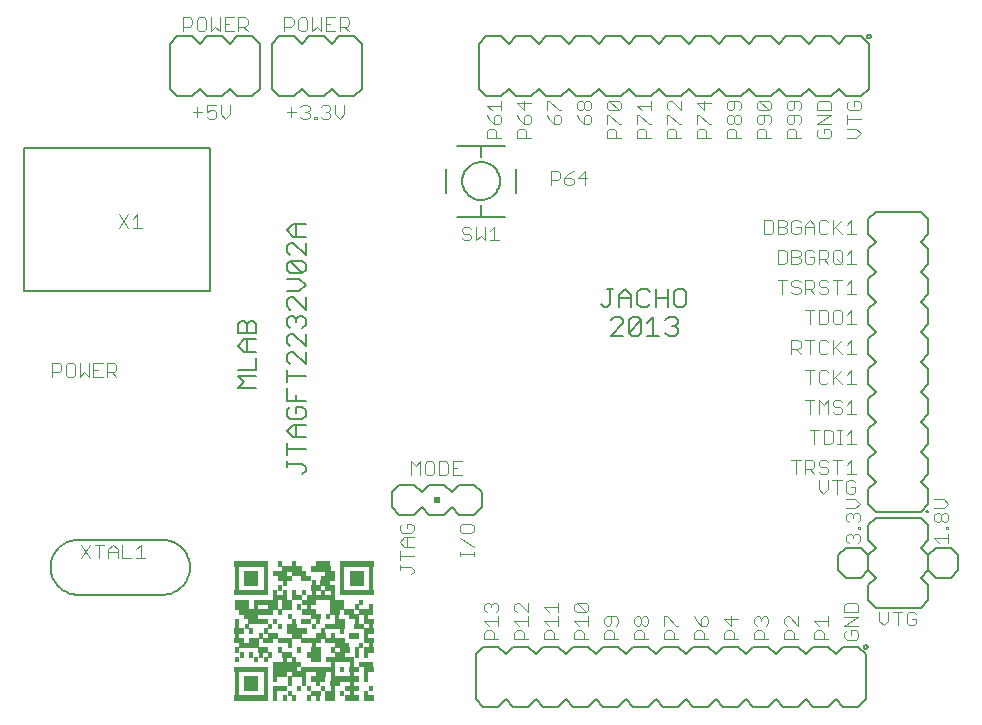
<source format=gbr>
G75*
G70*
%OFA0B0*%
%FSLAX24Y24*%
%IPPOS*%
%LPD*%
%AMOC8*
5,1,8,0,0,1.08239X$1,22.5*
%
%ADD10C,0.0040*%
%ADD11C,0.0050*%
%ADD12R,0.1117X0.0011*%
%ADD13R,0.0160X0.0011*%
%ADD14R,0.0319X0.0011*%
%ADD15R,0.0479X0.0011*%
%ADD16R,0.0957X0.0011*%
%ADD17R,0.0798X0.0011*%
%ADD18R,0.0638X0.0011*%
%ADD19C,0.0060*%
%ADD20R,0.0200X0.0200*%
D10*
X005895Y023820D02*
X005895Y024280D01*
X006125Y024280D01*
X006202Y024204D01*
X006202Y024050D01*
X006125Y023973D01*
X005895Y023973D01*
X006586Y024280D02*
X006432Y024280D01*
X006355Y024204D01*
X006355Y023897D01*
X006432Y023820D01*
X006586Y023820D01*
X006662Y023897D01*
X006662Y024204D01*
X006586Y024280D01*
X006816Y024280D02*
X006816Y023820D01*
X006969Y023973D01*
X007123Y023820D01*
X007123Y024280D01*
X007583Y024280D02*
X007276Y024280D01*
X007276Y023820D01*
X007583Y023820D01*
X007430Y024050D02*
X007276Y024050D01*
X007737Y023820D02*
X007737Y024280D01*
X007967Y024280D01*
X008043Y024204D01*
X008043Y024050D01*
X007967Y023973D01*
X007737Y023973D01*
X007890Y023973D02*
X008043Y023820D01*
X009270Y023820D02*
X009270Y024280D01*
X009500Y024280D01*
X009577Y024204D01*
X009577Y024050D01*
X009500Y023973D01*
X009270Y023973D01*
X009961Y024280D02*
X009807Y024280D01*
X009730Y024204D01*
X009730Y023897D01*
X009807Y023820D01*
X009961Y023820D01*
X010037Y023897D01*
X010037Y024204D01*
X009961Y024280D01*
X010191Y024280D02*
X010191Y023820D01*
X010344Y023973D01*
X010498Y023820D01*
X010498Y024280D01*
X010958Y024280D02*
X010651Y024280D01*
X010651Y023820D01*
X010958Y023820D01*
X010805Y024050D02*
X010651Y024050D01*
X011112Y023820D02*
X011112Y024280D01*
X011342Y024280D01*
X011418Y024204D01*
X011418Y024050D01*
X011342Y023973D01*
X011112Y023973D01*
X011265Y023973D02*
X011418Y023820D01*
X006527Y021125D02*
X006220Y021125D01*
X006373Y020972D02*
X006373Y021279D01*
X006987Y021355D02*
X006680Y021355D01*
X006680Y021125D01*
X006834Y021202D01*
X006911Y021202D01*
X006987Y021125D01*
X006987Y020972D01*
X006911Y020895D01*
X006757Y020895D01*
X006680Y020972D01*
X007141Y021355D02*
X007141Y021048D01*
X007294Y020895D01*
X007448Y021048D01*
X007448Y021355D01*
X009345Y021125D02*
X009652Y021125D01*
X009498Y021279D02*
X009498Y020972D01*
X009805Y021279D02*
X009882Y021355D01*
X010036Y021355D01*
X010112Y021279D01*
X010112Y021202D01*
X010036Y021125D01*
X009959Y021125D01*
X010036Y021125D02*
X010112Y021048D01*
X010112Y020972D01*
X010036Y020895D01*
X009882Y020895D01*
X009805Y020972D01*
X010266Y020895D02*
X010266Y020972D01*
X010343Y020972D01*
X010343Y020895D01*
X010266Y020895D01*
X010496Y021279D02*
X010573Y021355D01*
X010726Y021355D01*
X010803Y021279D01*
X010803Y021202D01*
X010726Y021125D01*
X010649Y021125D01*
X010726Y021125D02*
X010803Y021048D01*
X010803Y020972D01*
X010726Y020895D01*
X010573Y020895D01*
X010496Y020972D01*
X010956Y021355D02*
X010956Y021048D01*
X011110Y020895D01*
X011263Y021048D01*
X011263Y021355D01*
X001520Y012295D02*
X001520Y012755D01*
X001750Y012755D01*
X001827Y012679D01*
X001827Y012525D01*
X001750Y012448D01*
X001520Y012448D01*
X002211Y012755D02*
X002057Y012755D01*
X001980Y012679D01*
X001980Y012372D01*
X002057Y012295D01*
X002211Y012295D01*
X002287Y012372D01*
X002287Y012679D01*
X002211Y012755D01*
X002441Y012755D02*
X002441Y012295D01*
X002594Y012448D01*
X002748Y012295D01*
X002748Y012755D01*
X003208Y012755D02*
X002901Y012755D01*
X002901Y012295D01*
X003208Y012295D01*
X003055Y012525D02*
X002901Y012525D01*
X003362Y012295D02*
X003362Y012755D01*
X003592Y012755D01*
X003668Y012679D01*
X003668Y012525D01*
X003592Y012448D01*
X003362Y012448D01*
X003515Y012448D02*
X003668Y012295D01*
X018145Y018695D02*
X018145Y019155D01*
X018375Y019155D01*
X018452Y019079D01*
X018452Y018925D01*
X018375Y018848D01*
X018145Y018848D01*
X018912Y019155D02*
X018759Y019079D01*
X018605Y018925D01*
X018605Y018772D01*
X018682Y018695D01*
X018836Y018695D01*
X018912Y018772D01*
X018912Y018848D01*
X018836Y018925D01*
X018605Y018925D01*
X019296Y018695D02*
X019296Y019155D01*
X019066Y018925D01*
X019373Y018925D01*
X013495Y009020D02*
X013495Y009480D01*
X013648Y009327D01*
X013802Y009480D01*
X013802Y009020D01*
X014186Y009480D02*
X014032Y009480D01*
X013955Y009404D01*
X013955Y009097D01*
X014032Y009020D01*
X014186Y009020D01*
X014262Y009097D01*
X014262Y009404D01*
X014186Y009480D01*
X014416Y009480D02*
X014416Y009020D01*
X014646Y009020D01*
X014723Y009097D01*
X014723Y009404D01*
X014646Y009480D01*
X014416Y009480D01*
X015183Y009480D02*
X014876Y009480D01*
X014876Y009020D01*
X015183Y009020D01*
X015030Y009250D02*
X014876Y009250D01*
X015580Y006473D02*
X015580Y006320D01*
X015580Y006397D02*
X015120Y006397D01*
X015120Y006473D02*
X015120Y006320D01*
X015580Y006627D02*
X015120Y006934D01*
X015120Y007318D02*
X015120Y007164D01*
X015196Y007087D01*
X015503Y007087D01*
X015580Y007164D01*
X015580Y007318D01*
X015503Y007394D01*
X015196Y007394D01*
X015120Y007318D01*
X013503Y005720D02*
X013580Y005797D01*
X013580Y005873D01*
X013503Y005950D01*
X013120Y005950D01*
X013120Y005873D02*
X013120Y006027D01*
X013120Y006334D02*
X013580Y006334D01*
X013120Y006487D02*
X013120Y006180D01*
X013580Y006641D02*
X013273Y006641D01*
X013120Y006794D01*
X013273Y006948D01*
X013580Y006948D01*
X013350Y006948D02*
X013350Y006641D01*
X013196Y007408D02*
X013120Y007331D01*
X013120Y007178D01*
X013196Y007101D01*
X013503Y007101D01*
X013580Y007178D01*
X013580Y007331D01*
X013503Y007408D01*
X013350Y007408D01*
X013350Y007255D01*
X016485Y020264D02*
X016025Y020264D01*
X016025Y020494D01*
X016101Y020571D01*
X016255Y020571D01*
X016332Y020494D01*
X016332Y020264D01*
X016025Y021031D02*
X016101Y020878D01*
X016255Y020724D01*
X016408Y020724D01*
X016485Y020801D01*
X016485Y020954D01*
X016408Y021031D01*
X016332Y021031D01*
X016255Y020954D01*
X016255Y020724D01*
X016178Y021185D02*
X016025Y021338D01*
X016485Y021338D01*
X016485Y021185D02*
X016485Y021492D01*
X017485Y020264D02*
X017025Y020264D01*
X017025Y020494D01*
X017101Y020571D01*
X017255Y020571D01*
X017332Y020494D01*
X017332Y020264D01*
X017025Y021031D02*
X017101Y020878D01*
X017255Y020724D01*
X017408Y020724D01*
X017485Y020801D01*
X017485Y020954D01*
X017408Y021031D01*
X017332Y021031D01*
X017255Y020954D01*
X017255Y020724D01*
X017485Y021415D02*
X017025Y021415D01*
X017255Y021185D01*
X017255Y021492D01*
X018025Y021031D02*
X018101Y020878D01*
X018255Y020724D01*
X018408Y020724D01*
X018485Y020801D01*
X018485Y020954D01*
X018408Y021031D01*
X018332Y021031D01*
X018255Y020954D01*
X018255Y020724D01*
X018025Y021185D02*
X018025Y021492D01*
X018101Y021492D01*
X018408Y021185D01*
X018485Y021185D01*
X019025Y021031D02*
X019101Y020878D01*
X019255Y020724D01*
X019408Y020724D01*
X019485Y020801D01*
X019485Y020954D01*
X019408Y021031D01*
X019332Y021031D01*
X019255Y020954D01*
X019255Y020724D01*
X019101Y021185D02*
X019025Y021261D01*
X019025Y021415D01*
X019101Y021492D01*
X019178Y021492D01*
X019255Y021415D01*
X019332Y021492D01*
X019408Y021492D01*
X019485Y021415D01*
X019485Y021261D01*
X019408Y021185D01*
X019332Y021185D01*
X019255Y021261D01*
X019178Y021185D01*
X019101Y021185D01*
X019255Y021261D02*
X019255Y021415D01*
X020485Y020264D02*
X020025Y020264D01*
X020025Y020494D01*
X020101Y020571D01*
X020255Y020571D01*
X020332Y020494D01*
X020332Y020264D01*
X020025Y020724D02*
X020025Y021031D01*
X020101Y021031D01*
X020408Y020724D01*
X020485Y020724D01*
X020408Y021185D02*
X020101Y021185D01*
X020025Y021261D01*
X020025Y021415D01*
X020101Y021492D01*
X020408Y021492D01*
X020485Y021415D01*
X020485Y021261D01*
X020408Y021185D01*
X020101Y021492D01*
X021485Y020264D02*
X021025Y020264D01*
X021025Y020494D01*
X021101Y020571D01*
X021255Y020571D01*
X021332Y020494D01*
X021332Y020264D01*
X021025Y020724D02*
X021025Y021031D01*
X021101Y021031D01*
X021408Y020724D01*
X021485Y020724D01*
X021178Y021185D02*
X021025Y021338D01*
X021485Y021338D01*
X021485Y021185D02*
X021485Y021492D01*
X022485Y020264D02*
X022025Y020264D01*
X022025Y020494D01*
X022101Y020571D01*
X022255Y020571D01*
X022332Y020494D01*
X022332Y020264D01*
X022025Y020724D02*
X022025Y021031D01*
X022101Y021031D01*
X022408Y020724D01*
X022485Y020724D01*
X022485Y021492D02*
X022485Y021185D01*
X022178Y021492D01*
X022101Y021492D01*
X022025Y021415D01*
X022025Y021261D01*
X022101Y021185D01*
X023485Y020264D02*
X023025Y020264D01*
X023025Y020494D01*
X023101Y020571D01*
X023255Y020571D01*
X023332Y020494D01*
X023332Y020264D01*
X023025Y020724D02*
X023025Y021031D01*
X023101Y021031D01*
X023408Y020724D01*
X023485Y020724D01*
X023485Y021415D02*
X023025Y021415D01*
X023255Y021185D01*
X023255Y021492D01*
X024485Y020264D02*
X024025Y020264D01*
X024025Y020494D01*
X024101Y020571D01*
X024255Y020571D01*
X024332Y020494D01*
X024332Y020264D01*
X024101Y020724D02*
X024025Y020801D01*
X024025Y020954D01*
X024101Y021031D01*
X024178Y021031D01*
X024255Y020954D01*
X024332Y021031D01*
X024408Y021031D01*
X024485Y020954D01*
X024485Y020801D01*
X024408Y020724D01*
X024332Y020724D01*
X024255Y020801D01*
X024178Y020724D01*
X024101Y020724D01*
X024255Y020801D02*
X024255Y020954D01*
X024408Y021185D02*
X024485Y021261D01*
X024485Y021415D01*
X024408Y021492D01*
X024101Y021492D01*
X024025Y021415D01*
X024025Y021261D01*
X024101Y021185D01*
X024178Y021185D01*
X024255Y021261D01*
X024255Y021492D01*
X025485Y020264D02*
X025025Y020264D01*
X025025Y020494D01*
X025101Y020571D01*
X025255Y020571D01*
X025332Y020494D01*
X025332Y020264D01*
X025408Y020724D02*
X025485Y020801D01*
X025485Y020954D01*
X025408Y021031D01*
X025101Y021031D01*
X025025Y020954D01*
X025025Y020801D01*
X025101Y020724D01*
X025178Y020724D01*
X025255Y020801D01*
X025255Y021031D01*
X025408Y021185D02*
X025101Y021185D01*
X025025Y021261D01*
X025025Y021415D01*
X025101Y021492D01*
X025408Y021492D01*
X025485Y021415D01*
X025485Y021261D01*
X025408Y021185D01*
X025101Y021492D01*
X026485Y020264D02*
X026025Y020264D01*
X026025Y020494D01*
X026101Y020571D01*
X026255Y020571D01*
X026332Y020494D01*
X026332Y020264D01*
X026408Y020724D02*
X026485Y020801D01*
X026485Y020954D01*
X026408Y021031D01*
X026101Y021031D01*
X026025Y020954D01*
X026025Y020801D01*
X026101Y020724D01*
X026178Y020724D01*
X026255Y020801D01*
X026255Y021031D01*
X026408Y021185D02*
X026485Y021261D01*
X026485Y021415D01*
X026408Y021492D01*
X026101Y021492D01*
X026025Y021415D01*
X026025Y021261D01*
X026101Y021185D01*
X026178Y021185D01*
X026255Y021261D01*
X026255Y021492D01*
X027101Y020571D02*
X027025Y020494D01*
X027025Y020341D01*
X027101Y020264D01*
X027408Y020264D01*
X027485Y020341D01*
X027485Y020494D01*
X027408Y020571D01*
X027255Y020571D01*
X027255Y020417D01*
X027485Y020724D02*
X027025Y020724D01*
X027485Y021031D01*
X027025Y021031D01*
X027025Y021185D02*
X027485Y021185D01*
X027485Y021415D01*
X027408Y021492D01*
X027101Y021492D01*
X027025Y021415D01*
X027025Y021185D01*
X028025Y020264D02*
X028332Y020264D01*
X028485Y020417D01*
X028332Y020571D01*
X028025Y020571D01*
X028025Y020878D02*
X028485Y020878D01*
X028025Y021031D02*
X028025Y020724D01*
X028101Y021492D02*
X028025Y021415D01*
X028025Y021261D01*
X028101Y021185D01*
X028408Y021185D01*
X028485Y021261D01*
X028485Y021415D01*
X028408Y021492D01*
X028255Y021492D01*
X028255Y021338D01*
X028016Y003846D02*
X027939Y003769D01*
X027939Y003616D01*
X028016Y003539D01*
X028323Y003539D01*
X028400Y003616D01*
X028400Y003769D01*
X028323Y003846D01*
X028170Y003846D01*
X028170Y003693D01*
X028400Y004000D02*
X027939Y004000D01*
X028400Y004307D01*
X027939Y004307D01*
X027939Y004460D02*
X028400Y004460D01*
X028400Y004690D01*
X028323Y004767D01*
X028016Y004767D01*
X027939Y004690D01*
X027939Y004460D01*
X027400Y003545D02*
X026939Y003545D01*
X026939Y003775D01*
X027016Y003852D01*
X027170Y003852D01*
X027246Y003775D01*
X027246Y003545D01*
X027093Y004005D02*
X026939Y004159D01*
X027400Y004159D01*
X027400Y004312D02*
X027400Y004005D01*
X026400Y003545D02*
X025939Y003545D01*
X025939Y003775D01*
X026016Y003852D01*
X026170Y003852D01*
X026246Y003775D01*
X026246Y003545D01*
X026400Y004312D02*
X026400Y004005D01*
X026093Y004312D01*
X026016Y004312D01*
X025939Y004236D01*
X025939Y004082D01*
X026016Y004005D01*
X025400Y003545D02*
X024939Y003545D01*
X024939Y003775D01*
X025016Y003852D01*
X025170Y003852D01*
X025246Y003775D01*
X025246Y003545D01*
X025016Y004005D02*
X024939Y004082D01*
X024939Y004236D01*
X025016Y004312D01*
X025093Y004312D01*
X025170Y004236D01*
X025170Y004159D01*
X025170Y004236D02*
X025246Y004312D01*
X025323Y004312D01*
X025400Y004236D01*
X025400Y004082D01*
X025323Y004005D01*
X024400Y003545D02*
X023939Y003545D01*
X023939Y003775D01*
X024016Y003852D01*
X024170Y003852D01*
X024246Y003775D01*
X024246Y003545D01*
X024400Y004236D02*
X023939Y004236D01*
X024170Y004005D01*
X024170Y004312D01*
X023400Y003545D02*
X022939Y003545D01*
X022939Y003775D01*
X023016Y003852D01*
X023170Y003852D01*
X023246Y003775D01*
X023246Y003545D01*
X022939Y004312D02*
X023016Y004159D01*
X023170Y004005D01*
X023323Y004005D01*
X023400Y004082D01*
X023400Y004236D01*
X023323Y004312D01*
X023246Y004312D01*
X023170Y004236D01*
X023170Y004005D01*
X022400Y003545D02*
X021939Y003545D01*
X021939Y003775D01*
X022016Y003852D01*
X022170Y003852D01*
X022246Y003775D01*
X022246Y003545D01*
X021939Y004005D02*
X021939Y004312D01*
X022016Y004312D01*
X022323Y004005D01*
X022400Y004005D01*
X021400Y003545D02*
X020939Y003545D01*
X020939Y003775D01*
X021016Y003852D01*
X021170Y003852D01*
X021246Y003775D01*
X021246Y003545D01*
X021016Y004005D02*
X020939Y004082D01*
X020939Y004236D01*
X021016Y004312D01*
X021093Y004312D01*
X021170Y004236D01*
X021246Y004312D01*
X021323Y004312D01*
X021400Y004236D01*
X021400Y004082D01*
X021323Y004005D01*
X021246Y004005D01*
X021170Y004082D01*
X021093Y004005D01*
X021016Y004005D01*
X021170Y004082D02*
X021170Y004236D01*
X020400Y003545D02*
X019939Y003545D01*
X019939Y003775D01*
X020016Y003852D01*
X020170Y003852D01*
X020246Y003775D01*
X020246Y003545D01*
X020323Y004005D02*
X020400Y004082D01*
X020400Y004236D01*
X020323Y004312D01*
X020016Y004312D01*
X019939Y004236D01*
X019939Y004082D01*
X020016Y004005D01*
X020093Y004005D01*
X020170Y004082D01*
X020170Y004312D01*
X019400Y003545D02*
X018939Y003545D01*
X018939Y003775D01*
X019016Y003852D01*
X019170Y003852D01*
X019246Y003775D01*
X019246Y003545D01*
X019093Y004005D02*
X018939Y004159D01*
X019400Y004159D01*
X019400Y004312D02*
X019400Y004005D01*
X019323Y004466D02*
X019016Y004466D01*
X018939Y004543D01*
X018939Y004696D01*
X019016Y004773D01*
X019323Y004773D01*
X019400Y004696D01*
X019400Y004543D01*
X019323Y004466D01*
X019016Y004773D01*
X018400Y003545D02*
X017939Y003545D01*
X017939Y003775D01*
X018016Y003852D01*
X018170Y003852D01*
X018246Y003775D01*
X018246Y003545D01*
X018093Y004005D02*
X017939Y004159D01*
X018400Y004159D01*
X018400Y004312D02*
X018400Y004005D01*
X018093Y004466D02*
X017939Y004619D01*
X018400Y004619D01*
X018400Y004466D02*
X018400Y004773D01*
X017400Y003545D02*
X016939Y003545D01*
X016939Y003775D01*
X017016Y003852D01*
X017170Y003852D01*
X017246Y003775D01*
X017246Y003545D01*
X017093Y004005D02*
X016939Y004159D01*
X017400Y004159D01*
X017400Y004312D02*
X017400Y004005D01*
X017400Y004773D02*
X017400Y004466D01*
X017093Y004773D01*
X017016Y004773D01*
X016939Y004696D01*
X016939Y004543D01*
X017016Y004466D01*
X016400Y003545D02*
X015939Y003545D01*
X015939Y003775D01*
X016016Y003852D01*
X016170Y003852D01*
X016246Y003775D01*
X016246Y003545D01*
X016093Y004005D02*
X015939Y004159D01*
X016400Y004159D01*
X016400Y004312D02*
X016400Y004005D01*
X016016Y004466D02*
X015939Y004543D01*
X015939Y004696D01*
X016016Y004773D01*
X016093Y004773D01*
X016170Y004696D01*
X016170Y004619D01*
X016170Y004696D02*
X016246Y004773D01*
X016323Y004773D01*
X016400Y004696D01*
X016400Y004543D01*
X016323Y004466D01*
X025247Y017525D02*
X025247Y017065D01*
X025477Y017065D01*
X025554Y017142D01*
X025554Y017449D01*
X025477Y017525D01*
X025247Y017525D01*
X025708Y017065D02*
X025708Y017525D01*
X025938Y017525D01*
X026015Y017449D01*
X026015Y017372D01*
X025938Y017295D01*
X026015Y017218D01*
X026015Y017142D01*
X025938Y017065D01*
X025708Y017065D01*
X025708Y017295D02*
X025938Y017295D01*
X026475Y017449D02*
X026398Y017525D01*
X026245Y017525D01*
X026168Y017449D01*
X026168Y017142D01*
X026245Y017065D01*
X026398Y017065D01*
X026475Y017142D01*
X026475Y017295D01*
X026321Y017295D01*
X026628Y017065D02*
X026628Y017372D01*
X026782Y017525D01*
X026935Y017372D01*
X026935Y017065D01*
X026935Y017295D02*
X026628Y017295D01*
X027396Y017449D02*
X027319Y017525D01*
X027166Y017525D01*
X027089Y017449D01*
X027089Y017142D01*
X027166Y017065D01*
X027319Y017065D01*
X027396Y017142D01*
X027549Y017065D02*
X027549Y017525D01*
X027549Y017218D02*
X027856Y017525D01*
X027626Y017295D02*
X027856Y017065D01*
X028010Y017372D02*
X028163Y017525D01*
X028163Y017065D01*
X028010Y017065D02*
X028317Y017065D01*
X025708Y016525D02*
X025708Y016065D01*
X025938Y016065D01*
X026015Y016142D01*
X026015Y016449D01*
X025938Y016525D01*
X025708Y016525D01*
X026168Y016065D02*
X026168Y016525D01*
X026398Y016525D01*
X026475Y016449D01*
X026475Y016372D01*
X026398Y016295D01*
X026475Y016218D01*
X026475Y016142D01*
X026398Y016065D01*
X026168Y016065D01*
X026168Y016295D02*
X026398Y016295D01*
X026935Y016449D02*
X026859Y016525D01*
X026705Y016525D01*
X026628Y016449D01*
X026628Y016142D01*
X026705Y016065D01*
X026859Y016065D01*
X026935Y016142D01*
X026935Y016295D01*
X026782Y016295D01*
X027089Y016065D02*
X027089Y016525D01*
X027319Y016525D01*
X027396Y016449D01*
X027396Y016295D01*
X027319Y016218D01*
X027089Y016218D01*
X027242Y016218D02*
X027396Y016065D01*
X027549Y016142D02*
X027549Y016449D01*
X027626Y016525D01*
X027779Y016525D01*
X027856Y016449D01*
X027856Y016142D01*
X027779Y016065D01*
X027626Y016065D01*
X027549Y016142D01*
X027703Y016218D02*
X027856Y016065D01*
X028010Y016372D02*
X028163Y016525D01*
X028163Y016065D01*
X028010Y016065D02*
X028317Y016065D01*
X025861Y015525D02*
X025861Y015065D01*
X025708Y015525D02*
X026015Y015525D01*
X026475Y015449D02*
X026398Y015525D01*
X026245Y015525D01*
X026168Y015449D01*
X026168Y015372D01*
X026245Y015295D01*
X026398Y015295D01*
X026475Y015218D01*
X026475Y015142D01*
X026398Y015065D01*
X026245Y015065D01*
X026168Y015142D01*
X026628Y015065D02*
X026628Y015525D01*
X026859Y015525D01*
X026935Y015449D01*
X026935Y015295D01*
X026859Y015218D01*
X026628Y015218D01*
X026782Y015218D02*
X026935Y015065D01*
X027396Y015449D02*
X027319Y015525D01*
X027166Y015525D01*
X027089Y015449D01*
X027089Y015372D01*
X027166Y015295D01*
X027319Y015295D01*
X027396Y015218D01*
X027396Y015142D01*
X027319Y015065D01*
X027166Y015065D01*
X027089Y015142D01*
X027703Y015065D02*
X027703Y015525D01*
X027856Y015525D02*
X027549Y015525D01*
X028010Y015372D02*
X028163Y015525D01*
X028163Y015065D01*
X028010Y015065D02*
X028317Y015065D01*
X026782Y014525D02*
X026782Y014065D01*
X026935Y014525D02*
X026628Y014525D01*
X027089Y014525D02*
X027089Y014065D01*
X027319Y014065D01*
X027396Y014142D01*
X027396Y014449D01*
X027319Y014525D01*
X027089Y014525D01*
X027779Y014525D02*
X027626Y014525D01*
X027549Y014449D01*
X027549Y014142D01*
X027626Y014065D01*
X027779Y014065D01*
X027856Y014142D01*
X027856Y014449D01*
X027779Y014525D01*
X028010Y014372D02*
X028163Y014525D01*
X028163Y014065D01*
X028010Y014065D02*
X028317Y014065D01*
X026168Y013065D02*
X026168Y013525D01*
X026398Y013525D01*
X026475Y013449D01*
X026475Y013295D01*
X026398Y013218D01*
X026168Y013218D01*
X026321Y013218D02*
X026475Y013065D01*
X026782Y013065D02*
X026782Y013525D01*
X026935Y013525D02*
X026628Y013525D01*
X027396Y013449D02*
X027319Y013525D01*
X027166Y013525D01*
X027089Y013449D01*
X027089Y013142D01*
X027166Y013065D01*
X027319Y013065D01*
X027396Y013142D01*
X027549Y013065D02*
X027549Y013525D01*
X027549Y013218D02*
X027856Y013525D01*
X027626Y013295D02*
X027856Y013065D01*
X028010Y013372D02*
X028163Y013525D01*
X028163Y013065D01*
X028010Y013065D02*
X028317Y013065D01*
X026782Y012525D02*
X026782Y012065D01*
X026935Y012525D02*
X026628Y012525D01*
X027396Y012449D02*
X027319Y012525D01*
X027166Y012525D01*
X027089Y012449D01*
X027089Y012142D01*
X027166Y012065D01*
X027319Y012065D01*
X027396Y012142D01*
X027549Y012065D02*
X027549Y012525D01*
X027549Y012218D02*
X027856Y012525D01*
X027626Y012295D02*
X027856Y012065D01*
X028010Y012372D02*
X028163Y012525D01*
X028163Y012065D01*
X028010Y012065D02*
X028317Y012065D01*
X026782Y011525D02*
X026782Y011065D01*
X026935Y011525D02*
X026628Y011525D01*
X027089Y011065D02*
X027089Y011525D01*
X027242Y011372D01*
X027396Y011525D01*
X027396Y011065D01*
X027856Y011449D02*
X027779Y011525D01*
X027626Y011525D01*
X027549Y011449D01*
X027549Y011372D01*
X027626Y011295D01*
X027779Y011295D01*
X027856Y011218D01*
X027856Y011142D01*
X027779Y011065D01*
X027626Y011065D01*
X027549Y011142D01*
X028010Y011372D02*
X028163Y011525D01*
X028163Y011065D01*
X028010Y011065D02*
X028317Y011065D01*
X026935Y010525D02*
X026935Y010065D01*
X026782Y010525D02*
X027089Y010525D01*
X027242Y010525D02*
X027242Y010065D01*
X027472Y010065D01*
X027549Y010142D01*
X027549Y010449D01*
X027472Y010525D01*
X027242Y010525D01*
X027703Y010065D02*
X027856Y010065D01*
X027779Y010065D02*
X027779Y010525D01*
X027703Y010525D02*
X027856Y010525D01*
X028010Y010372D02*
X028163Y010525D01*
X028163Y010065D01*
X028010Y010065D02*
X028317Y010065D01*
X026321Y009525D02*
X026321Y009065D01*
X026168Y009525D02*
X026475Y009525D01*
X026628Y009065D02*
X026628Y009525D01*
X026859Y009525D01*
X026935Y009449D01*
X026935Y009295D01*
X026859Y009218D01*
X026628Y009218D01*
X026782Y009218D02*
X026935Y009065D01*
X027396Y009449D02*
X027319Y009525D01*
X027166Y009525D01*
X027089Y009449D01*
X027089Y009372D01*
X027166Y009295D01*
X027319Y009295D01*
X027396Y009218D01*
X027396Y009142D01*
X027319Y009065D01*
X027166Y009065D01*
X027089Y009142D01*
X027703Y009065D02*
X027703Y009525D01*
X027856Y009525D02*
X027549Y009525D01*
X028010Y009372D02*
X028163Y009525D01*
X028163Y009065D01*
X028010Y009065D02*
X028317Y009065D01*
X027078Y008855D02*
X027078Y008548D01*
X027232Y008395D01*
X027385Y008548D01*
X027385Y008855D01*
X027692Y008855D02*
X027692Y008395D01*
X027539Y008855D02*
X027846Y008855D01*
X028306Y008778D02*
X028229Y008855D01*
X028076Y008855D01*
X027999Y008778D01*
X027999Y008471D01*
X028076Y008395D01*
X028229Y008395D01*
X028306Y008471D01*
X028306Y008625D01*
X028152Y008625D01*
X031087Y006760D02*
X030934Y006913D01*
X031394Y006913D01*
X031394Y006760D02*
X031394Y007067D01*
X031394Y007220D02*
X031318Y007220D01*
X031318Y007297D01*
X031394Y007297D01*
X031394Y007220D01*
X031011Y007451D02*
X030934Y007527D01*
X030934Y007681D01*
X031011Y007757D01*
X031087Y007757D01*
X031164Y007681D01*
X031241Y007757D01*
X031318Y007757D01*
X031394Y007681D01*
X031394Y007527D01*
X031318Y007451D01*
X031241Y007451D01*
X031164Y007527D01*
X031087Y007451D01*
X031011Y007451D01*
X031164Y007527D02*
X031164Y007681D01*
X030934Y007911D02*
X031241Y007911D01*
X031394Y008064D01*
X031241Y008218D01*
X030934Y008218D01*
X028075Y006760D02*
X027998Y006837D01*
X027998Y006990D01*
X028075Y007067D01*
X028151Y007067D01*
X028228Y006990D01*
X028228Y006913D01*
X028228Y006990D02*
X028305Y007067D01*
X028381Y007067D01*
X028458Y006990D01*
X028458Y006837D01*
X028381Y006760D01*
X028458Y007220D02*
X028381Y007220D01*
X028381Y007297D01*
X028458Y007297D01*
X028458Y007220D01*
X028075Y007451D02*
X027998Y007527D01*
X027998Y007681D01*
X028075Y007757D01*
X028151Y007757D01*
X028228Y007681D01*
X028228Y007604D01*
X028228Y007681D02*
X028305Y007757D01*
X028381Y007757D01*
X028458Y007681D01*
X028458Y007527D01*
X028381Y007451D01*
X027998Y007911D02*
X028305Y007911D01*
X028458Y008064D01*
X028305Y008218D01*
X027998Y008218D01*
X029099Y004472D02*
X029099Y004165D01*
X029253Y004012D01*
X029406Y004165D01*
X029406Y004472D01*
X029713Y004472D02*
X029713Y004012D01*
X029560Y004472D02*
X029867Y004472D01*
X030327Y004396D02*
X030250Y004472D01*
X030097Y004472D01*
X030020Y004396D01*
X030020Y004089D01*
X030097Y004012D01*
X030250Y004012D01*
X030327Y004089D01*
X030327Y004242D01*
X030174Y004242D01*
X004056Y017270D02*
X003749Y017730D01*
X004056Y017730D02*
X003749Y017270D01*
X004210Y017577D02*
X004363Y017730D01*
X004363Y017270D01*
X004210Y017270D02*
X004517Y017270D01*
X002485Y006706D02*
X002792Y006246D01*
X002485Y006246D02*
X002792Y006706D01*
X003099Y006706D02*
X003099Y006246D01*
X002946Y006706D02*
X003253Y006706D01*
X003406Y006246D02*
X003406Y006553D01*
X003560Y006706D01*
X003713Y006553D01*
X003713Y006246D01*
X003713Y006476D02*
X003406Y006476D01*
X003867Y006706D02*
X003867Y006246D01*
X004173Y006246D01*
X004327Y006553D02*
X004480Y006706D01*
X004480Y006246D01*
X004327Y006246D02*
X004634Y006246D01*
X015502Y017229D02*
X015425Y017305D01*
X015272Y017305D01*
X015195Y017229D01*
X015195Y017152D01*
X015272Y017075D01*
X015425Y017075D01*
X015502Y016998D01*
X015502Y016922D01*
X015425Y016845D01*
X015272Y016845D01*
X015195Y016922D01*
X015655Y017305D02*
X015655Y016845D01*
X015809Y016998D01*
X015962Y016845D01*
X015962Y017305D01*
X016116Y017152D02*
X016269Y017305D01*
X016269Y016845D01*
X016116Y016845D02*
X016423Y016845D01*
D11*
X008325Y011925D02*
X007714Y011925D01*
X007918Y012129D01*
X007714Y012332D01*
X008325Y012332D01*
X007714Y012533D02*
X008325Y012533D01*
X008325Y012940D01*
X008325Y013140D02*
X007918Y013140D01*
X007714Y013344D01*
X007918Y013547D01*
X008325Y013547D01*
X008020Y013547D02*
X008020Y013140D01*
X008325Y013748D02*
X007714Y013748D01*
X007714Y014053D01*
X007816Y014155D01*
X007918Y014155D01*
X008020Y014053D01*
X008121Y014155D01*
X008223Y014155D01*
X008325Y014053D01*
X008325Y013748D01*
X008020Y013748D02*
X008020Y014053D01*
X020557Y013675D02*
X020150Y013675D01*
X020557Y014082D01*
X020557Y014184D01*
X020455Y014286D01*
X020252Y014286D01*
X020150Y014184D01*
X020758Y013777D02*
X020758Y014184D01*
X020859Y014286D01*
X021063Y014286D01*
X021165Y014184D01*
X021165Y013777D01*
X021063Y013675D01*
X020859Y013675D01*
X020758Y013777D01*
X021165Y014184D01*
X021365Y014082D02*
X021569Y014286D01*
X021569Y013675D01*
X021772Y013675D02*
X021365Y013675D01*
X021973Y014184D02*
X022075Y014286D01*
X022278Y014286D01*
X022380Y014184D01*
X022380Y014082D01*
X022278Y013980D01*
X022177Y013980D01*
X022278Y013980D02*
X022380Y013879D01*
X022380Y013777D01*
X022278Y013675D01*
X022075Y013675D01*
X021973Y013777D01*
X009873Y009075D02*
X009975Y009177D01*
X009975Y009279D01*
X009873Y009380D01*
X009364Y009380D01*
X009364Y009279D02*
X009364Y009482D01*
X009364Y009886D02*
X009975Y009886D01*
X009364Y009683D02*
X009364Y010090D01*
X009975Y010290D02*
X009568Y010290D01*
X009364Y010494D01*
X009568Y010697D01*
X009975Y010697D01*
X009670Y010697D02*
X009670Y010290D01*
X009466Y011305D02*
X009364Y011203D01*
X009364Y011000D01*
X009466Y010898D01*
X009873Y010898D01*
X009975Y011000D01*
X009975Y011203D01*
X009873Y011305D01*
X009670Y011305D01*
X009670Y011102D01*
X009975Y011506D02*
X009364Y011506D01*
X009364Y011913D01*
X009670Y011709D02*
X009670Y011506D01*
X009975Y012317D02*
X009364Y012317D01*
X009364Y012114D02*
X009364Y012521D01*
X009975Y013128D02*
X009975Y012721D01*
X009568Y013128D01*
X009466Y013128D01*
X009364Y013027D01*
X009364Y012823D01*
X009466Y012721D01*
X009975Y013736D02*
X009975Y013329D01*
X009568Y013736D01*
X009466Y013736D01*
X009364Y013634D01*
X009364Y013431D01*
X009466Y013329D01*
X009466Y013937D02*
X009364Y014039D01*
X009364Y014242D01*
X009466Y014344D01*
X009568Y014344D01*
X009670Y014242D01*
X009670Y014140D01*
X009670Y014242D02*
X009771Y014344D01*
X009873Y014344D01*
X009975Y014242D01*
X009975Y014039D01*
X009873Y013937D01*
X009975Y014951D02*
X009975Y014544D01*
X009568Y014951D01*
X009466Y014951D01*
X009364Y014850D01*
X009364Y014646D01*
X009466Y014544D01*
X009364Y015152D02*
X009771Y015152D01*
X009975Y015356D01*
X009771Y015559D01*
X009364Y015559D01*
X009873Y015760D02*
X009466Y015760D01*
X009364Y015862D01*
X009364Y016065D01*
X009466Y016167D01*
X009873Y016167D01*
X009975Y016065D01*
X009975Y015862D01*
X009873Y015760D01*
X009466Y016167D01*
X009975Y016775D02*
X009975Y016368D01*
X009568Y016775D01*
X009466Y016775D01*
X009364Y016673D01*
X009364Y016469D01*
X009466Y016368D01*
X009975Y016975D02*
X009568Y016975D01*
X009364Y017179D01*
X009568Y017382D01*
X009975Y017382D01*
X009670Y017382D02*
X009670Y016975D01*
X019825Y014727D02*
X019927Y014625D01*
X020029Y014625D01*
X020130Y014727D01*
X020130Y015236D01*
X020029Y015236D02*
X020232Y015236D01*
X020433Y014625D02*
X020433Y015032D01*
X020636Y015236D01*
X020840Y015032D01*
X020840Y014625D01*
X020840Y014930D02*
X020433Y014930D01*
X021447Y015134D02*
X021346Y015236D01*
X021142Y015236D01*
X021040Y015134D01*
X021040Y014727D01*
X021142Y014625D01*
X021346Y014625D01*
X021447Y014727D01*
X021648Y014625D02*
X021648Y015236D01*
X021648Y014930D02*
X022055Y014930D01*
X022055Y014625D02*
X022055Y015236D01*
X022561Y015236D02*
X022358Y015236D01*
X022256Y015134D01*
X022256Y014727D01*
X022358Y014625D01*
X022561Y014625D01*
X022663Y014727D01*
X022663Y015134D01*
X022561Y015236D01*
X000595Y019932D02*
X000595Y015168D01*
X006776Y015168D01*
X006776Y019932D01*
X000595Y019932D01*
X002359Y006865D02*
X002300Y006861D01*
X002241Y006853D01*
X002182Y006841D01*
X002125Y006825D01*
X002069Y006805D01*
X002014Y006782D01*
X001960Y006755D01*
X001909Y006725D01*
X001860Y006692D01*
X001812Y006655D01*
X001768Y006616D01*
X001726Y006573D01*
X001687Y006528D01*
X001651Y006481D01*
X001618Y006431D01*
X001588Y006380D01*
X001562Y006326D01*
X001539Y006271D01*
X001520Y006214D01*
X001505Y006157D01*
X001493Y006098D01*
X001485Y006039D01*
X001481Y005980D01*
X001481Y005920D01*
X001485Y005861D01*
X001493Y005802D01*
X001505Y005743D01*
X001520Y005686D01*
X001539Y005629D01*
X001562Y005574D01*
X001588Y005520D01*
X001618Y005469D01*
X001651Y005419D01*
X001687Y005372D01*
X001726Y005327D01*
X001768Y005284D01*
X001812Y005245D01*
X001860Y005208D01*
X001909Y005175D01*
X001960Y005145D01*
X002014Y005118D01*
X002069Y005095D01*
X002125Y005075D01*
X002182Y005059D01*
X002241Y005047D01*
X002300Y005039D01*
X002359Y005035D01*
X005241Y005035D02*
X005300Y005039D01*
X005359Y005047D01*
X005418Y005059D01*
X005475Y005075D01*
X005531Y005095D01*
X005586Y005118D01*
X005640Y005145D01*
X005691Y005175D01*
X005740Y005208D01*
X005788Y005245D01*
X005832Y005284D01*
X005874Y005327D01*
X005913Y005372D01*
X005949Y005419D01*
X005982Y005469D01*
X006012Y005520D01*
X006038Y005574D01*
X006061Y005629D01*
X006080Y005686D01*
X006095Y005743D01*
X006107Y005802D01*
X006115Y005861D01*
X006119Y005920D01*
X006119Y005980D01*
X006115Y006039D01*
X006107Y006098D01*
X006095Y006157D01*
X006080Y006214D01*
X006061Y006271D01*
X006038Y006326D01*
X006012Y006380D01*
X005982Y006431D01*
X005949Y006481D01*
X005913Y006528D01*
X005874Y006573D01*
X005832Y006616D01*
X005788Y006655D01*
X005740Y006692D01*
X005691Y006725D01*
X005640Y006755D01*
X005586Y006782D01*
X005531Y006805D01*
X005475Y006825D01*
X005418Y006841D01*
X005359Y006853D01*
X005300Y006861D01*
X005241Y006865D01*
X002359Y006865D01*
X002359Y005035D02*
X005241Y005035D01*
X005229Y005037D01*
X016612Y017644D02*
X015825Y017644D01*
X015038Y017644D01*
X016612Y020006D02*
X015825Y020006D01*
X015038Y020006D01*
X015825Y018038D02*
X015825Y017644D01*
X015825Y019612D02*
X015825Y020006D01*
X017006Y019219D02*
X017006Y018431D01*
X014644Y018431D02*
X014644Y019219D01*
X015195Y018825D02*
X015197Y018875D01*
X015203Y018925D01*
X015213Y018974D01*
X015227Y019022D01*
X015244Y019069D01*
X015265Y019114D01*
X015290Y019158D01*
X015318Y019199D01*
X015350Y019238D01*
X015384Y019275D01*
X015421Y019309D01*
X015461Y019339D01*
X015503Y019366D01*
X015547Y019390D01*
X015593Y019411D01*
X015640Y019427D01*
X015688Y019440D01*
X015738Y019449D01*
X015787Y019454D01*
X015838Y019455D01*
X015888Y019452D01*
X015937Y019445D01*
X015986Y019434D01*
X016034Y019419D01*
X016080Y019401D01*
X016125Y019379D01*
X016168Y019353D01*
X016209Y019324D01*
X016248Y019292D01*
X016284Y019257D01*
X016316Y019219D01*
X016346Y019179D01*
X016373Y019136D01*
X016396Y019092D01*
X016415Y019046D01*
X016431Y018998D01*
X016443Y018949D01*
X016451Y018900D01*
X016455Y018850D01*
X016455Y018800D01*
X016451Y018750D01*
X016443Y018701D01*
X016431Y018652D01*
X016415Y018604D01*
X016396Y018558D01*
X016373Y018514D01*
X016346Y018471D01*
X016316Y018431D01*
X016284Y018393D01*
X016248Y018358D01*
X016209Y018326D01*
X016168Y018297D01*
X016125Y018271D01*
X016080Y018249D01*
X016034Y018231D01*
X015986Y018216D01*
X015937Y018205D01*
X015888Y018198D01*
X015838Y018195D01*
X015787Y018196D01*
X015738Y018201D01*
X015688Y018210D01*
X015640Y018223D01*
X015593Y018239D01*
X015547Y018260D01*
X015503Y018284D01*
X015461Y018311D01*
X015421Y018341D01*
X015384Y018375D01*
X015350Y018412D01*
X015318Y018451D01*
X015290Y018492D01*
X015265Y018536D01*
X015244Y018581D01*
X015227Y018628D01*
X015213Y018676D01*
X015203Y018725D01*
X015197Y018775D01*
X015195Y018825D01*
X028687Y023650D02*
X028689Y023665D01*
X028694Y023679D01*
X028703Y023692D01*
X028714Y023702D01*
X028728Y023709D01*
X028742Y023713D01*
X028758Y023713D01*
X028772Y023709D01*
X028786Y023702D01*
X028797Y023692D01*
X028806Y023679D01*
X028811Y023665D01*
X028813Y023650D01*
X028811Y023635D01*
X028806Y023621D01*
X028797Y023608D01*
X028786Y023598D01*
X028772Y023591D01*
X028758Y023587D01*
X028742Y023587D01*
X028728Y023591D01*
X028714Y023598D01*
X028703Y023608D01*
X028694Y023621D01*
X028689Y023635D01*
X028687Y023650D01*
X028587Y003300D02*
X028589Y003315D01*
X028594Y003329D01*
X028603Y003342D01*
X028614Y003352D01*
X028628Y003359D01*
X028642Y003363D01*
X028658Y003363D01*
X028672Y003359D01*
X028686Y003352D01*
X028697Y003342D01*
X028706Y003329D01*
X028711Y003315D01*
X028713Y003300D01*
X028711Y003285D01*
X028706Y003271D01*
X028697Y003258D01*
X028686Y003248D01*
X028672Y003241D01*
X028658Y003237D01*
X028642Y003237D01*
X028628Y003241D01*
X028614Y003248D01*
X028603Y003258D01*
X028594Y003271D01*
X028589Y003285D01*
X028587Y003300D01*
X030672Y007821D02*
X030674Y007830D01*
X030679Y007837D01*
X030686Y007842D01*
X030695Y007844D01*
X030704Y007842D01*
X030711Y007837D01*
X030716Y007830D01*
X030718Y007821D01*
X030716Y007812D01*
X030711Y007805D01*
X030704Y007800D01*
X030695Y007798D01*
X030686Y007800D01*
X030679Y007805D01*
X030674Y007812D01*
X030672Y007821D01*
D12*
X008167Y001501D03*
X008167Y001512D03*
X008167Y001522D03*
X008167Y001533D03*
X008167Y001544D03*
X008167Y001554D03*
X008167Y001565D03*
X008167Y001575D03*
X008167Y001586D03*
X008167Y001597D03*
X008167Y001607D03*
X008167Y001618D03*
X008167Y001629D03*
X008167Y001639D03*
X008167Y001650D03*
X008167Y002458D03*
X010401Y002458D03*
X008167Y002469D03*
X010401Y002469D03*
X008167Y002480D03*
X010401Y002480D03*
X008167Y002490D03*
X010401Y002490D03*
X008167Y002501D03*
X010401Y002501D03*
X008167Y002512D03*
X010401Y002512D03*
X008167Y002522D03*
X010401Y002522D03*
X008167Y002533D03*
X010401Y002533D03*
X008167Y002544D03*
X010401Y002544D03*
X008167Y002554D03*
X010401Y002554D03*
X008167Y002565D03*
X010401Y002565D03*
X008167Y002575D03*
X010401Y002575D03*
X008167Y002586D03*
X010401Y002586D03*
X008167Y002597D03*
X010401Y002597D03*
X008167Y002607D03*
X010401Y002607D03*
X008326Y004373D03*
X008326Y004384D03*
X008326Y004395D03*
X008326Y004405D03*
X008326Y004416D03*
X008326Y004426D03*
X008326Y004437D03*
X008326Y004448D03*
X008326Y004458D03*
X008326Y004469D03*
X008326Y004480D03*
X008326Y004490D03*
X008326Y004501D03*
X008326Y004512D03*
X008326Y004522D03*
X008167Y005011D03*
X011677Y005011D03*
X008167Y005022D03*
X011677Y005022D03*
X008167Y005033D03*
X011677Y005033D03*
X008167Y005043D03*
X011677Y005043D03*
X008167Y005054D03*
X011677Y005054D03*
X008167Y005065D03*
X011677Y005065D03*
X008167Y005075D03*
X011677Y005075D03*
X008167Y005086D03*
X011677Y005086D03*
X008167Y005097D03*
X011677Y005097D03*
X008167Y005107D03*
X011677Y005107D03*
X008167Y005118D03*
X011677Y005118D03*
X008167Y005129D03*
X011677Y005129D03*
X008167Y005139D03*
X011677Y005139D03*
X008167Y005150D03*
X011677Y005150D03*
X008167Y005160D03*
X011677Y005160D03*
X008167Y005969D03*
X011677Y005969D03*
X008167Y005980D03*
X011677Y005980D03*
X008167Y005990D03*
X011677Y005990D03*
X008167Y006001D03*
X011677Y006001D03*
X008167Y006011D03*
X011677Y006011D03*
X008167Y006022D03*
X011677Y006022D03*
X008167Y006033D03*
X011677Y006033D03*
X008167Y006043D03*
X011677Y006043D03*
X008167Y006054D03*
X011677Y006054D03*
X008167Y006065D03*
X011677Y006065D03*
X008167Y006075D03*
X011677Y006075D03*
X008167Y006086D03*
X011677Y006086D03*
X008167Y006097D03*
X011677Y006097D03*
X008167Y006107D03*
X011677Y006107D03*
X008167Y006118D03*
X011677Y006118D03*
D13*
X008964Y001501D03*
X009284Y001501D03*
X009603Y001501D03*
X010081Y001501D03*
X010401Y001501D03*
X008964Y001512D03*
X009284Y001512D03*
X009603Y001512D03*
X010081Y001512D03*
X010401Y001512D03*
X008964Y001522D03*
X009284Y001522D03*
X009603Y001522D03*
X010081Y001522D03*
X010401Y001522D03*
X008964Y001533D03*
X009284Y001533D03*
X009603Y001533D03*
X010081Y001533D03*
X010401Y001533D03*
X008964Y001544D03*
X009284Y001544D03*
X009603Y001544D03*
X010081Y001544D03*
X010401Y001544D03*
X008964Y001554D03*
X009284Y001554D03*
X009603Y001554D03*
X010081Y001554D03*
X010401Y001554D03*
X008964Y001565D03*
X009284Y001565D03*
X009603Y001565D03*
X010081Y001565D03*
X010401Y001565D03*
X008964Y001575D03*
X009284Y001575D03*
X009603Y001575D03*
X010081Y001575D03*
X010401Y001575D03*
X008964Y001586D03*
X009284Y001586D03*
X009603Y001586D03*
X010081Y001586D03*
X010401Y001586D03*
X008964Y001597D03*
X009284Y001597D03*
X009603Y001597D03*
X010081Y001597D03*
X010401Y001597D03*
X008964Y001607D03*
X009284Y001607D03*
X009603Y001607D03*
X010081Y001607D03*
X010401Y001607D03*
X008964Y001618D03*
X009284Y001618D03*
X009603Y001618D03*
X010081Y001618D03*
X010401Y001618D03*
X008964Y001629D03*
X009284Y001629D03*
X009603Y001629D03*
X010081Y001629D03*
X010401Y001629D03*
X008964Y001639D03*
X009284Y001639D03*
X009603Y001639D03*
X010081Y001639D03*
X010401Y001639D03*
X008964Y001650D03*
X009284Y001650D03*
X009603Y001650D03*
X010081Y001650D03*
X010401Y001650D03*
X007688Y001661D03*
X008645Y001661D03*
X008964Y001661D03*
X009443Y001661D03*
X011198Y001661D03*
X011518Y001661D03*
X011996Y001661D03*
X007688Y001671D03*
X008645Y001671D03*
X008964Y001671D03*
X009443Y001671D03*
X011198Y001671D03*
X011518Y001671D03*
X011996Y001671D03*
X007688Y001682D03*
X008645Y001682D03*
X008964Y001682D03*
X009443Y001682D03*
X011198Y001682D03*
X011518Y001682D03*
X011996Y001682D03*
X007688Y001693D03*
X008645Y001693D03*
X008964Y001693D03*
X009443Y001693D03*
X011198Y001693D03*
X011518Y001693D03*
X011996Y001693D03*
X007688Y001703D03*
X008645Y001703D03*
X008964Y001703D03*
X009443Y001703D03*
X011198Y001703D03*
X011518Y001703D03*
X011996Y001703D03*
X007688Y001714D03*
X008645Y001714D03*
X008964Y001714D03*
X009443Y001714D03*
X011198Y001714D03*
X011518Y001714D03*
X011996Y001714D03*
X007688Y001724D03*
X008645Y001724D03*
X008964Y001724D03*
X009443Y001724D03*
X011198Y001724D03*
X011518Y001724D03*
X011996Y001724D03*
X007688Y001735D03*
X008645Y001735D03*
X008964Y001735D03*
X009443Y001735D03*
X011198Y001735D03*
X011518Y001735D03*
X011996Y001735D03*
X007688Y001746D03*
X008645Y001746D03*
X008964Y001746D03*
X009443Y001746D03*
X011198Y001746D03*
X011518Y001746D03*
X011996Y001746D03*
X007688Y001756D03*
X008645Y001756D03*
X008964Y001756D03*
X009443Y001756D03*
X011198Y001756D03*
X011518Y001756D03*
X011996Y001756D03*
X007688Y001767D03*
X008645Y001767D03*
X008964Y001767D03*
X009443Y001767D03*
X011198Y001767D03*
X011518Y001767D03*
X011996Y001767D03*
X007688Y001778D03*
X008645Y001778D03*
X008964Y001778D03*
X009443Y001778D03*
X011198Y001778D03*
X011518Y001778D03*
X011996Y001778D03*
X007688Y001788D03*
X008645Y001788D03*
X008964Y001788D03*
X009443Y001788D03*
X011198Y001788D03*
X011518Y001788D03*
X011996Y001788D03*
X007688Y001799D03*
X008645Y001799D03*
X008964Y001799D03*
X009443Y001799D03*
X011198Y001799D03*
X011518Y001799D03*
X011996Y001799D03*
X007688Y001810D03*
X008645Y001810D03*
X008964Y001810D03*
X009443Y001810D03*
X011198Y001810D03*
X011518Y001810D03*
X011996Y001810D03*
X007688Y001820D03*
X008645Y001820D03*
X009762Y001820D03*
X010081Y001820D03*
X010560Y001820D03*
X010879Y001820D03*
X012156Y001820D03*
X007688Y001831D03*
X008645Y001831D03*
X009762Y001831D03*
X010081Y001831D03*
X010560Y001831D03*
X010879Y001831D03*
X012156Y001831D03*
X007688Y001841D03*
X008645Y001841D03*
X009762Y001841D03*
X010081Y001841D03*
X010560Y001841D03*
X010879Y001841D03*
X012156Y001841D03*
X007688Y001852D03*
X008645Y001852D03*
X009762Y001852D03*
X010081Y001852D03*
X010560Y001852D03*
X010879Y001852D03*
X012156Y001852D03*
X007688Y001863D03*
X008645Y001863D03*
X009762Y001863D03*
X010081Y001863D03*
X010560Y001863D03*
X010879Y001863D03*
X012156Y001863D03*
X007688Y001873D03*
X008645Y001873D03*
X009762Y001873D03*
X010081Y001873D03*
X010560Y001873D03*
X010879Y001873D03*
X012156Y001873D03*
X007688Y001884D03*
X008645Y001884D03*
X009762Y001884D03*
X010081Y001884D03*
X010560Y001884D03*
X010879Y001884D03*
X012156Y001884D03*
X007688Y001895D03*
X008645Y001895D03*
X009762Y001895D03*
X010081Y001895D03*
X010560Y001895D03*
X010879Y001895D03*
X012156Y001895D03*
X007688Y001905D03*
X008645Y001905D03*
X009762Y001905D03*
X010081Y001905D03*
X010560Y001905D03*
X010879Y001905D03*
X012156Y001905D03*
X007688Y001916D03*
X008645Y001916D03*
X009762Y001916D03*
X010081Y001916D03*
X010560Y001916D03*
X010879Y001916D03*
X012156Y001916D03*
X007688Y001927D03*
X008645Y001927D03*
X009762Y001927D03*
X010081Y001927D03*
X010560Y001927D03*
X010879Y001927D03*
X012156Y001927D03*
X007688Y001937D03*
X008645Y001937D03*
X009762Y001937D03*
X010081Y001937D03*
X010560Y001937D03*
X010879Y001937D03*
X012156Y001937D03*
X007688Y001948D03*
X008645Y001948D03*
X009762Y001948D03*
X010081Y001948D03*
X010560Y001948D03*
X010879Y001948D03*
X012156Y001948D03*
X007688Y001958D03*
X008645Y001958D03*
X009762Y001958D03*
X010081Y001958D03*
X010560Y001958D03*
X010879Y001958D03*
X012156Y001958D03*
X007688Y001969D03*
X008645Y001969D03*
X009762Y001969D03*
X010081Y001969D03*
X010560Y001969D03*
X010879Y001969D03*
X012156Y001969D03*
X007688Y001980D03*
X008645Y001980D03*
X009443Y001980D03*
X009922Y001980D03*
X010401Y001980D03*
X011518Y001980D03*
X007688Y001990D03*
X008645Y001990D03*
X009443Y001990D03*
X009922Y001990D03*
X010401Y001990D03*
X011518Y001990D03*
X007688Y002001D03*
X008645Y002001D03*
X009443Y002001D03*
X009922Y002001D03*
X010401Y002001D03*
X011518Y002001D03*
X007688Y002012D03*
X008645Y002012D03*
X009443Y002012D03*
X009922Y002012D03*
X010401Y002012D03*
X011518Y002012D03*
X007688Y002022D03*
X008645Y002022D03*
X009443Y002022D03*
X009922Y002022D03*
X010401Y002022D03*
X011518Y002022D03*
X007688Y002033D03*
X008645Y002033D03*
X009443Y002033D03*
X009922Y002033D03*
X010401Y002033D03*
X011518Y002033D03*
X007688Y002044D03*
X008645Y002044D03*
X009443Y002044D03*
X009922Y002044D03*
X010401Y002044D03*
X011518Y002044D03*
X007688Y002054D03*
X008645Y002054D03*
X009443Y002054D03*
X009922Y002054D03*
X010401Y002054D03*
X011518Y002054D03*
X007688Y002065D03*
X008645Y002065D03*
X009443Y002065D03*
X009922Y002065D03*
X010401Y002065D03*
X011518Y002065D03*
X007688Y002075D03*
X008645Y002075D03*
X009443Y002075D03*
X009922Y002075D03*
X010401Y002075D03*
X011518Y002075D03*
X007688Y002086D03*
X008645Y002086D03*
X009443Y002086D03*
X009922Y002086D03*
X010401Y002086D03*
X011518Y002086D03*
X007688Y002097D03*
X008645Y002097D03*
X009443Y002097D03*
X009922Y002097D03*
X010401Y002097D03*
X011518Y002097D03*
X007688Y002107D03*
X008645Y002107D03*
X009443Y002107D03*
X009922Y002107D03*
X010401Y002107D03*
X011518Y002107D03*
X007688Y002118D03*
X008645Y002118D03*
X009443Y002118D03*
X009922Y002118D03*
X010401Y002118D03*
X011518Y002118D03*
X007688Y002129D03*
X008645Y002129D03*
X009443Y002129D03*
X009922Y002129D03*
X010401Y002129D03*
X011518Y002129D03*
X007688Y002139D03*
X008645Y002139D03*
X008964Y002139D03*
X009443Y002139D03*
X009922Y002139D03*
X011996Y002139D03*
X007688Y002150D03*
X008645Y002150D03*
X008964Y002150D03*
X009443Y002150D03*
X009922Y002150D03*
X011996Y002150D03*
X007688Y002161D03*
X008645Y002161D03*
X008964Y002161D03*
X009443Y002161D03*
X009922Y002161D03*
X011996Y002161D03*
X007688Y002171D03*
X008645Y002171D03*
X008964Y002171D03*
X009443Y002171D03*
X009922Y002171D03*
X011996Y002171D03*
X007688Y002182D03*
X008645Y002182D03*
X008964Y002182D03*
X009443Y002182D03*
X009922Y002182D03*
X011996Y002182D03*
X007688Y002192D03*
X008645Y002192D03*
X008964Y002192D03*
X009443Y002192D03*
X009922Y002192D03*
X011996Y002192D03*
X007688Y002203D03*
X008645Y002203D03*
X008964Y002203D03*
X009443Y002203D03*
X009922Y002203D03*
X011996Y002203D03*
X007688Y002214D03*
X008645Y002214D03*
X008964Y002214D03*
X009443Y002214D03*
X009922Y002214D03*
X011996Y002214D03*
X007688Y002224D03*
X008645Y002224D03*
X008964Y002224D03*
X009443Y002224D03*
X009922Y002224D03*
X011996Y002224D03*
X007688Y002235D03*
X008645Y002235D03*
X008964Y002235D03*
X009443Y002235D03*
X009922Y002235D03*
X011996Y002235D03*
X007688Y002246D03*
X008645Y002246D03*
X008964Y002246D03*
X009443Y002246D03*
X009922Y002246D03*
X011996Y002246D03*
X007688Y002256D03*
X008645Y002256D03*
X008964Y002256D03*
X009443Y002256D03*
X009922Y002256D03*
X011996Y002256D03*
X007688Y002267D03*
X008645Y002267D03*
X008964Y002267D03*
X009443Y002267D03*
X009922Y002267D03*
X011996Y002267D03*
X007688Y002278D03*
X008645Y002278D03*
X008964Y002278D03*
X009443Y002278D03*
X009922Y002278D03*
X011996Y002278D03*
X007688Y002288D03*
X008645Y002288D03*
X008964Y002288D03*
X009443Y002288D03*
X009922Y002288D03*
X011996Y002288D03*
X007688Y002299D03*
X008645Y002299D03*
X010879Y002299D03*
X011518Y002299D03*
X011996Y002299D03*
X007688Y002309D03*
X008645Y002309D03*
X010879Y002309D03*
X011518Y002309D03*
X011996Y002309D03*
X007688Y002320D03*
X008645Y002320D03*
X010879Y002320D03*
X011518Y002320D03*
X011996Y002320D03*
X007688Y002331D03*
X008645Y002331D03*
X010879Y002331D03*
X011518Y002331D03*
X011996Y002331D03*
X007688Y002341D03*
X008645Y002341D03*
X010879Y002341D03*
X011518Y002341D03*
X011996Y002341D03*
X007688Y002352D03*
X008645Y002352D03*
X010879Y002352D03*
X011518Y002352D03*
X011996Y002352D03*
X007688Y002363D03*
X008645Y002363D03*
X010879Y002363D03*
X011518Y002363D03*
X011996Y002363D03*
X007688Y002373D03*
X008645Y002373D03*
X010879Y002373D03*
X011518Y002373D03*
X011996Y002373D03*
X007688Y002384D03*
X008645Y002384D03*
X010879Y002384D03*
X011518Y002384D03*
X011996Y002384D03*
X007688Y002395D03*
X008645Y002395D03*
X010879Y002395D03*
X011518Y002395D03*
X011996Y002395D03*
X007688Y002405D03*
X008645Y002405D03*
X010879Y002405D03*
X011518Y002405D03*
X011996Y002405D03*
X007688Y002416D03*
X008645Y002416D03*
X010879Y002416D03*
X011518Y002416D03*
X011996Y002416D03*
X007688Y002427D03*
X008645Y002427D03*
X010879Y002427D03*
X011518Y002427D03*
X011996Y002427D03*
X007688Y002437D03*
X008645Y002437D03*
X010879Y002437D03*
X011518Y002437D03*
X011996Y002437D03*
X007688Y002448D03*
X008645Y002448D03*
X010879Y002448D03*
X011518Y002448D03*
X011996Y002448D03*
X011198Y002458D03*
X011198Y002469D03*
X011198Y002480D03*
X011198Y002490D03*
X011198Y002501D03*
X011198Y002512D03*
X011198Y002522D03*
X011198Y002533D03*
X011198Y002544D03*
X011198Y002554D03*
X011198Y002565D03*
X011198Y002575D03*
X011198Y002586D03*
X011198Y002597D03*
X011198Y002607D03*
X010879Y002618D03*
X011518Y002618D03*
X010879Y002629D03*
X011518Y002629D03*
X010879Y002639D03*
X011518Y002639D03*
X010879Y002650D03*
X011518Y002650D03*
X010879Y002661D03*
X011518Y002661D03*
X010879Y002671D03*
X011518Y002671D03*
X010879Y002682D03*
X011518Y002682D03*
X010879Y002692D03*
X011518Y002692D03*
X010879Y002703D03*
X011518Y002703D03*
X010879Y002714D03*
X011518Y002714D03*
X010879Y002724D03*
X011518Y002724D03*
X010879Y002735D03*
X011518Y002735D03*
X010879Y002746D03*
X011518Y002746D03*
X010879Y002756D03*
X011518Y002756D03*
X010879Y002767D03*
X011518Y002767D03*
X007688Y002778D03*
X008326Y002778D03*
X008645Y002778D03*
X009284Y002778D03*
X009603Y002778D03*
X007688Y002788D03*
X008326Y002788D03*
X008645Y002788D03*
X009284Y002788D03*
X009603Y002788D03*
X007688Y002799D03*
X008326Y002799D03*
X008645Y002799D03*
X009284Y002799D03*
X009603Y002799D03*
X007688Y002809D03*
X008326Y002809D03*
X008645Y002809D03*
X009284Y002809D03*
X009603Y002809D03*
X007688Y002820D03*
X008326Y002820D03*
X008645Y002820D03*
X009284Y002820D03*
X009603Y002820D03*
X007688Y002831D03*
X008326Y002831D03*
X008645Y002831D03*
X009284Y002831D03*
X009603Y002831D03*
X007688Y002841D03*
X008326Y002841D03*
X008645Y002841D03*
X009284Y002841D03*
X009603Y002841D03*
X007688Y002852D03*
X008326Y002852D03*
X008645Y002852D03*
X009284Y002852D03*
X009603Y002852D03*
X007688Y002863D03*
X008326Y002863D03*
X008645Y002863D03*
X009284Y002863D03*
X009603Y002863D03*
X007688Y002873D03*
X008326Y002873D03*
X008645Y002873D03*
X009284Y002873D03*
X009603Y002873D03*
X007688Y002884D03*
X008326Y002884D03*
X008645Y002884D03*
X009284Y002884D03*
X009603Y002884D03*
X007688Y002895D03*
X008326Y002895D03*
X008645Y002895D03*
X009284Y002895D03*
X009603Y002895D03*
X007688Y002905D03*
X008326Y002905D03*
X008645Y002905D03*
X009284Y002905D03*
X009603Y002905D03*
X007688Y002916D03*
X008326Y002916D03*
X008645Y002916D03*
X009284Y002916D03*
X009603Y002916D03*
X007688Y002926D03*
X008326Y002926D03*
X008645Y002926D03*
X009284Y002926D03*
X009603Y002926D03*
X007848Y002937D03*
X008167Y002937D03*
X008486Y002937D03*
X008805Y002937D03*
X011677Y002937D03*
X011996Y002937D03*
X007848Y002948D03*
X008167Y002948D03*
X008486Y002948D03*
X008805Y002948D03*
X011677Y002948D03*
X011996Y002948D03*
X007848Y002958D03*
X008167Y002958D03*
X008486Y002958D03*
X008805Y002958D03*
X011677Y002958D03*
X011996Y002958D03*
X007848Y002969D03*
X008167Y002969D03*
X008486Y002969D03*
X008805Y002969D03*
X011677Y002969D03*
X011996Y002969D03*
X007848Y002980D03*
X008167Y002980D03*
X008486Y002980D03*
X008805Y002980D03*
X011677Y002980D03*
X011996Y002980D03*
X007848Y002990D03*
X008167Y002990D03*
X008486Y002990D03*
X008805Y002990D03*
X011677Y002990D03*
X011996Y002990D03*
X007848Y003001D03*
X008167Y003001D03*
X008486Y003001D03*
X008805Y003001D03*
X011677Y003001D03*
X011996Y003001D03*
X007848Y003012D03*
X008167Y003012D03*
X008486Y003012D03*
X008805Y003012D03*
X011677Y003012D03*
X011996Y003012D03*
X007848Y003022D03*
X008167Y003022D03*
X008486Y003022D03*
X008805Y003022D03*
X011677Y003022D03*
X011996Y003022D03*
X007848Y003033D03*
X008167Y003033D03*
X008486Y003033D03*
X008805Y003033D03*
X011677Y003033D03*
X011996Y003033D03*
X007848Y003044D03*
X008167Y003044D03*
X008486Y003044D03*
X008805Y003044D03*
X011677Y003044D03*
X011996Y003044D03*
X007848Y003054D03*
X008167Y003054D03*
X008486Y003054D03*
X008805Y003054D03*
X011677Y003054D03*
X011996Y003054D03*
X007848Y003065D03*
X008167Y003065D03*
X008486Y003065D03*
X008805Y003065D03*
X011677Y003065D03*
X011996Y003065D03*
X007848Y003075D03*
X008167Y003075D03*
X008486Y003075D03*
X008805Y003075D03*
X011677Y003075D03*
X011996Y003075D03*
X007848Y003086D03*
X008167Y003086D03*
X008486Y003086D03*
X008805Y003086D03*
X011677Y003086D03*
X011996Y003086D03*
X007688Y003097D03*
X009124Y003097D03*
X009762Y003097D03*
X010879Y003097D03*
X011677Y003097D03*
X007688Y003107D03*
X009124Y003107D03*
X009762Y003107D03*
X010879Y003107D03*
X011677Y003107D03*
X007688Y003118D03*
X009124Y003118D03*
X009762Y003118D03*
X010879Y003118D03*
X011677Y003118D03*
X007688Y003129D03*
X009124Y003129D03*
X009762Y003129D03*
X010879Y003129D03*
X011677Y003129D03*
X007688Y003139D03*
X009124Y003139D03*
X009762Y003139D03*
X010879Y003139D03*
X011677Y003139D03*
X007688Y003150D03*
X009124Y003150D03*
X009762Y003150D03*
X010879Y003150D03*
X011677Y003150D03*
X007688Y003161D03*
X009124Y003161D03*
X009762Y003161D03*
X010879Y003161D03*
X011677Y003161D03*
X007688Y003171D03*
X009124Y003171D03*
X009762Y003171D03*
X010879Y003171D03*
X011677Y003171D03*
X007688Y003182D03*
X009124Y003182D03*
X009762Y003182D03*
X010879Y003182D03*
X011677Y003182D03*
X007688Y003192D03*
X009124Y003192D03*
X009762Y003192D03*
X010879Y003192D03*
X011677Y003192D03*
X007688Y003203D03*
X009124Y003203D03*
X009762Y003203D03*
X010879Y003203D03*
X011677Y003203D03*
X007688Y003214D03*
X009124Y003214D03*
X009762Y003214D03*
X010879Y003214D03*
X011677Y003214D03*
X007688Y003224D03*
X009124Y003224D03*
X009762Y003224D03*
X010879Y003224D03*
X011677Y003224D03*
X007688Y003235D03*
X009124Y003235D03*
X009762Y003235D03*
X010879Y003235D03*
X011677Y003235D03*
X007688Y003246D03*
X009124Y003246D03*
X009762Y003246D03*
X010879Y003246D03*
X011677Y003246D03*
X009443Y003256D03*
X010241Y003256D03*
X011837Y003256D03*
X012156Y003256D03*
X009443Y003267D03*
X010241Y003267D03*
X011837Y003267D03*
X012156Y003267D03*
X009443Y003278D03*
X010241Y003278D03*
X011837Y003278D03*
X012156Y003278D03*
X009443Y003288D03*
X010241Y003288D03*
X011837Y003288D03*
X012156Y003288D03*
X009443Y003299D03*
X010241Y003299D03*
X011837Y003299D03*
X012156Y003299D03*
X009443Y003309D03*
X010241Y003309D03*
X011837Y003309D03*
X012156Y003309D03*
X009443Y003320D03*
X010241Y003320D03*
X011837Y003320D03*
X012156Y003320D03*
X009443Y003331D03*
X010241Y003331D03*
X011837Y003331D03*
X012156Y003331D03*
X009443Y003341D03*
X010241Y003341D03*
X011837Y003341D03*
X012156Y003341D03*
X009443Y003352D03*
X010241Y003352D03*
X011837Y003352D03*
X012156Y003352D03*
X009443Y003363D03*
X010241Y003363D03*
X011837Y003363D03*
X012156Y003363D03*
X009443Y003373D03*
X010241Y003373D03*
X011837Y003373D03*
X012156Y003373D03*
X009443Y003384D03*
X010241Y003384D03*
X011837Y003384D03*
X012156Y003384D03*
X009443Y003395D03*
X010241Y003395D03*
X011837Y003395D03*
X012156Y003395D03*
X009443Y003405D03*
X010241Y003405D03*
X011837Y003405D03*
X012156Y003405D03*
X007688Y003575D03*
X008486Y003575D03*
X010879Y003575D03*
X011996Y003575D03*
X007688Y003586D03*
X008486Y003586D03*
X010879Y003586D03*
X011996Y003586D03*
X007688Y003597D03*
X008486Y003597D03*
X010879Y003597D03*
X011996Y003597D03*
X007688Y003607D03*
X008486Y003607D03*
X010879Y003607D03*
X011996Y003607D03*
X007688Y003618D03*
X008486Y003618D03*
X010879Y003618D03*
X011996Y003618D03*
X007688Y003629D03*
X008486Y003629D03*
X010879Y003629D03*
X011996Y003629D03*
X007688Y003639D03*
X008486Y003639D03*
X010879Y003639D03*
X011996Y003639D03*
X007688Y003650D03*
X008486Y003650D03*
X010879Y003650D03*
X011996Y003650D03*
X007688Y003660D03*
X008486Y003660D03*
X010879Y003660D03*
X011996Y003660D03*
X007688Y003671D03*
X008486Y003671D03*
X010879Y003671D03*
X011996Y003671D03*
X007688Y003682D03*
X008486Y003682D03*
X010879Y003682D03*
X011996Y003682D03*
X007688Y003692D03*
X008486Y003692D03*
X010879Y003692D03*
X011996Y003692D03*
X007688Y003703D03*
X008486Y003703D03*
X010879Y003703D03*
X011996Y003703D03*
X007688Y003714D03*
X008486Y003714D03*
X010879Y003714D03*
X011996Y003714D03*
X007688Y003724D03*
X008486Y003724D03*
X010879Y003724D03*
X011996Y003724D03*
X008167Y003735D03*
X008645Y003735D03*
X010560Y003735D03*
X011198Y003735D03*
X008167Y003746D03*
X008645Y003746D03*
X010560Y003746D03*
X011198Y003746D03*
X008167Y003756D03*
X008645Y003756D03*
X010560Y003756D03*
X011198Y003756D03*
X008167Y003767D03*
X008645Y003767D03*
X010560Y003767D03*
X011198Y003767D03*
X008167Y003778D03*
X008645Y003778D03*
X010560Y003778D03*
X011198Y003778D03*
X008167Y003788D03*
X008645Y003788D03*
X010560Y003788D03*
X011198Y003788D03*
X008167Y003799D03*
X008645Y003799D03*
X010560Y003799D03*
X011198Y003799D03*
X008167Y003809D03*
X008645Y003809D03*
X010560Y003809D03*
X011198Y003809D03*
X008167Y003820D03*
X008645Y003820D03*
X010560Y003820D03*
X011198Y003820D03*
X008167Y003831D03*
X008645Y003831D03*
X010560Y003831D03*
X011198Y003831D03*
X008167Y003841D03*
X008645Y003841D03*
X010560Y003841D03*
X011198Y003841D03*
X008167Y003852D03*
X008645Y003852D03*
X010560Y003852D03*
X011198Y003852D03*
X008167Y003863D03*
X008645Y003863D03*
X010560Y003863D03*
X011198Y003863D03*
X008167Y003873D03*
X008645Y003873D03*
X010560Y003873D03*
X011198Y003873D03*
X008167Y003884D03*
X008645Y003884D03*
X010560Y003884D03*
X011198Y003884D03*
X007688Y003895D03*
X008007Y003895D03*
X008805Y003895D03*
X009124Y003895D03*
X010241Y003895D03*
X012156Y003895D03*
X007688Y003905D03*
X008007Y003905D03*
X008805Y003905D03*
X009124Y003905D03*
X010241Y003905D03*
X012156Y003905D03*
X007688Y003916D03*
X008007Y003916D03*
X008805Y003916D03*
X009124Y003916D03*
X010241Y003916D03*
X012156Y003916D03*
X007688Y003926D03*
X008007Y003926D03*
X008805Y003926D03*
X009124Y003926D03*
X010241Y003926D03*
X012156Y003926D03*
X007688Y003937D03*
X008007Y003937D03*
X008805Y003937D03*
X009124Y003937D03*
X010241Y003937D03*
X012156Y003937D03*
X007688Y003948D03*
X008007Y003948D03*
X008805Y003948D03*
X009124Y003948D03*
X010241Y003948D03*
X012156Y003948D03*
X007688Y003958D03*
X008007Y003958D03*
X008805Y003958D03*
X009124Y003958D03*
X010241Y003958D03*
X012156Y003958D03*
X007688Y003969D03*
X008007Y003969D03*
X008805Y003969D03*
X009124Y003969D03*
X010241Y003969D03*
X012156Y003969D03*
X007688Y003980D03*
X008007Y003980D03*
X008805Y003980D03*
X009124Y003980D03*
X010241Y003980D03*
X012156Y003980D03*
X007688Y003990D03*
X008007Y003990D03*
X008805Y003990D03*
X009124Y003990D03*
X010241Y003990D03*
X012156Y003990D03*
X007688Y004001D03*
X008007Y004001D03*
X008805Y004001D03*
X009124Y004001D03*
X010241Y004001D03*
X012156Y004001D03*
X007688Y004012D03*
X008007Y004012D03*
X008805Y004012D03*
X009124Y004012D03*
X010241Y004012D03*
X012156Y004012D03*
X007688Y004022D03*
X008007Y004022D03*
X008805Y004022D03*
X009124Y004022D03*
X010241Y004022D03*
X012156Y004022D03*
X007688Y004033D03*
X008007Y004033D03*
X008805Y004033D03*
X009124Y004033D03*
X010241Y004033D03*
X012156Y004033D03*
X007688Y004043D03*
X008007Y004043D03*
X008805Y004043D03*
X009124Y004043D03*
X010241Y004043D03*
X012156Y004043D03*
X007688Y004054D03*
X008964Y004054D03*
X009603Y004054D03*
X010401Y004054D03*
X011677Y004054D03*
X007688Y004065D03*
X008964Y004065D03*
X009603Y004065D03*
X010401Y004065D03*
X011677Y004065D03*
X007688Y004075D03*
X008964Y004075D03*
X009603Y004075D03*
X010401Y004075D03*
X011677Y004075D03*
X007688Y004086D03*
X008964Y004086D03*
X009603Y004086D03*
X010401Y004086D03*
X011677Y004086D03*
X007688Y004097D03*
X008964Y004097D03*
X009603Y004097D03*
X010401Y004097D03*
X011677Y004097D03*
X007688Y004107D03*
X008964Y004107D03*
X009603Y004107D03*
X010401Y004107D03*
X011677Y004107D03*
X007688Y004118D03*
X008964Y004118D03*
X009603Y004118D03*
X010401Y004118D03*
X011677Y004118D03*
X007688Y004129D03*
X008964Y004129D03*
X009603Y004129D03*
X010401Y004129D03*
X011677Y004129D03*
X007688Y004139D03*
X008964Y004139D03*
X009603Y004139D03*
X010401Y004139D03*
X011677Y004139D03*
X007688Y004150D03*
X008964Y004150D03*
X009603Y004150D03*
X010401Y004150D03*
X011677Y004150D03*
X007688Y004160D03*
X008964Y004160D03*
X009603Y004160D03*
X010401Y004160D03*
X011677Y004160D03*
X007688Y004171D03*
X008964Y004171D03*
X009603Y004171D03*
X010401Y004171D03*
X011677Y004171D03*
X007688Y004182D03*
X008964Y004182D03*
X009603Y004182D03*
X010401Y004182D03*
X011677Y004182D03*
X007688Y004192D03*
X008964Y004192D03*
X009603Y004192D03*
X010401Y004192D03*
X011677Y004192D03*
X007688Y004203D03*
X008964Y004203D03*
X009603Y004203D03*
X010401Y004203D03*
X011677Y004203D03*
X009443Y004214D03*
X010720Y004214D03*
X011039Y004214D03*
X011996Y004214D03*
X009443Y004224D03*
X010720Y004224D03*
X011039Y004224D03*
X011996Y004224D03*
X009443Y004235D03*
X010720Y004235D03*
X011039Y004235D03*
X011996Y004235D03*
X009443Y004246D03*
X010720Y004246D03*
X011039Y004246D03*
X011996Y004246D03*
X009443Y004256D03*
X010720Y004256D03*
X011039Y004256D03*
X011996Y004256D03*
X009443Y004267D03*
X010720Y004267D03*
X011039Y004267D03*
X011996Y004267D03*
X009443Y004277D03*
X010720Y004277D03*
X011039Y004277D03*
X011996Y004277D03*
X009443Y004288D03*
X010720Y004288D03*
X011039Y004288D03*
X011996Y004288D03*
X009443Y004299D03*
X010720Y004299D03*
X011039Y004299D03*
X011996Y004299D03*
X009443Y004309D03*
X010720Y004309D03*
X011039Y004309D03*
X011996Y004309D03*
X009443Y004320D03*
X010720Y004320D03*
X011039Y004320D03*
X011996Y004320D03*
X009443Y004331D03*
X010720Y004331D03*
X011039Y004331D03*
X011996Y004331D03*
X009443Y004341D03*
X010720Y004341D03*
X011039Y004341D03*
X011996Y004341D03*
X009443Y004352D03*
X010720Y004352D03*
X011039Y004352D03*
X011996Y004352D03*
X009443Y004363D03*
X010720Y004363D03*
X011039Y004363D03*
X011996Y004363D03*
X009124Y004373D03*
X009124Y004384D03*
X009124Y004395D03*
X009124Y004405D03*
X009124Y004416D03*
X009124Y004426D03*
X009124Y004437D03*
X009124Y004448D03*
X009124Y004458D03*
X009124Y004469D03*
X009124Y004480D03*
X009124Y004490D03*
X009124Y004501D03*
X009124Y004512D03*
X009124Y004522D03*
X008326Y004533D03*
X009762Y004533D03*
X010081Y004533D03*
X011677Y004533D03*
X012156Y004533D03*
X008326Y004543D03*
X009762Y004543D03*
X010081Y004543D03*
X011677Y004543D03*
X012156Y004543D03*
X008326Y004554D03*
X009762Y004554D03*
X010081Y004554D03*
X011677Y004554D03*
X012156Y004554D03*
X008326Y004565D03*
X009762Y004565D03*
X010081Y004565D03*
X011677Y004565D03*
X012156Y004565D03*
X008326Y004575D03*
X009762Y004575D03*
X010081Y004575D03*
X011677Y004575D03*
X012156Y004575D03*
X008326Y004586D03*
X009762Y004586D03*
X010081Y004586D03*
X011677Y004586D03*
X012156Y004586D03*
X008326Y004597D03*
X009762Y004597D03*
X010081Y004597D03*
X011677Y004597D03*
X012156Y004597D03*
X008326Y004607D03*
X009762Y004607D03*
X010081Y004607D03*
X011677Y004607D03*
X012156Y004607D03*
X008326Y004618D03*
X009762Y004618D03*
X010081Y004618D03*
X011677Y004618D03*
X012156Y004618D03*
X008326Y004629D03*
X009762Y004629D03*
X010081Y004629D03*
X011677Y004629D03*
X012156Y004629D03*
X008326Y004639D03*
X009762Y004639D03*
X010081Y004639D03*
X011677Y004639D03*
X012156Y004639D03*
X008326Y004650D03*
X009762Y004650D03*
X010081Y004650D03*
X011677Y004650D03*
X012156Y004650D03*
X008326Y004660D03*
X009762Y004660D03*
X010081Y004660D03*
X011677Y004660D03*
X012156Y004660D03*
X008326Y004671D03*
X009762Y004671D03*
X010081Y004671D03*
X011677Y004671D03*
X012156Y004671D03*
X008326Y004682D03*
X009762Y004682D03*
X010081Y004682D03*
X011677Y004682D03*
X012156Y004682D03*
X011837Y004692D03*
X011837Y004703D03*
X011837Y004714D03*
X011837Y004724D03*
X011837Y004735D03*
X011837Y004746D03*
X011837Y004756D03*
X011837Y004767D03*
X011837Y004777D03*
X011837Y004788D03*
X011837Y004799D03*
X011837Y004809D03*
X011837Y004820D03*
X011837Y004831D03*
X011837Y004841D03*
X008964Y005011D03*
X009284Y005011D03*
X009603Y005011D03*
X009922Y005011D03*
X010241Y005011D03*
X010560Y005011D03*
X010879Y005011D03*
X008964Y005022D03*
X009284Y005022D03*
X009603Y005022D03*
X009922Y005022D03*
X010241Y005022D03*
X010560Y005022D03*
X010879Y005022D03*
X008964Y005033D03*
X009284Y005033D03*
X009603Y005033D03*
X009922Y005033D03*
X010241Y005033D03*
X010560Y005033D03*
X010879Y005033D03*
X008964Y005043D03*
X009284Y005043D03*
X009603Y005043D03*
X009922Y005043D03*
X010241Y005043D03*
X010560Y005043D03*
X010879Y005043D03*
X008964Y005054D03*
X009284Y005054D03*
X009603Y005054D03*
X009922Y005054D03*
X010241Y005054D03*
X010560Y005054D03*
X010879Y005054D03*
X008964Y005065D03*
X009284Y005065D03*
X009603Y005065D03*
X009922Y005065D03*
X010241Y005065D03*
X010560Y005065D03*
X010879Y005065D03*
X008964Y005075D03*
X009284Y005075D03*
X009603Y005075D03*
X009922Y005075D03*
X010241Y005075D03*
X010560Y005075D03*
X010879Y005075D03*
X008964Y005086D03*
X009284Y005086D03*
X009603Y005086D03*
X009922Y005086D03*
X010241Y005086D03*
X010560Y005086D03*
X010879Y005086D03*
X008964Y005097D03*
X009284Y005097D03*
X009603Y005097D03*
X009922Y005097D03*
X010241Y005097D03*
X010560Y005097D03*
X010879Y005097D03*
X008964Y005107D03*
X009284Y005107D03*
X009603Y005107D03*
X009922Y005107D03*
X010241Y005107D03*
X010560Y005107D03*
X010879Y005107D03*
X008964Y005118D03*
X009284Y005118D03*
X009603Y005118D03*
X009922Y005118D03*
X010241Y005118D03*
X010560Y005118D03*
X010879Y005118D03*
X008964Y005129D03*
X009284Y005129D03*
X009603Y005129D03*
X009922Y005129D03*
X010241Y005129D03*
X010560Y005129D03*
X010879Y005129D03*
X008964Y005139D03*
X009284Y005139D03*
X009603Y005139D03*
X009922Y005139D03*
X010241Y005139D03*
X010560Y005139D03*
X010879Y005139D03*
X008964Y005150D03*
X009284Y005150D03*
X009603Y005150D03*
X009922Y005150D03*
X010241Y005150D03*
X010560Y005150D03*
X010879Y005150D03*
X008964Y005160D03*
X009284Y005160D03*
X009603Y005160D03*
X009922Y005160D03*
X010241Y005160D03*
X010560Y005160D03*
X010879Y005160D03*
X007688Y005171D03*
X008645Y005171D03*
X009124Y005171D03*
X011198Y005171D03*
X012156Y005171D03*
X007688Y005182D03*
X008645Y005182D03*
X009124Y005182D03*
X011198Y005182D03*
X012156Y005182D03*
X007688Y005192D03*
X008645Y005192D03*
X009124Y005192D03*
X011198Y005192D03*
X012156Y005192D03*
X007688Y005203D03*
X008645Y005203D03*
X009124Y005203D03*
X011198Y005203D03*
X012156Y005203D03*
X007688Y005214D03*
X008645Y005214D03*
X009124Y005214D03*
X011198Y005214D03*
X012156Y005214D03*
X007688Y005224D03*
X008645Y005224D03*
X009124Y005224D03*
X011198Y005224D03*
X012156Y005224D03*
X007688Y005235D03*
X008645Y005235D03*
X009124Y005235D03*
X011198Y005235D03*
X012156Y005235D03*
X007688Y005246D03*
X008645Y005246D03*
X009124Y005246D03*
X011198Y005246D03*
X012156Y005246D03*
X007688Y005256D03*
X008645Y005256D03*
X009124Y005256D03*
X011198Y005256D03*
X012156Y005256D03*
X007688Y005267D03*
X008645Y005267D03*
X009124Y005267D03*
X011198Y005267D03*
X012156Y005267D03*
X007688Y005277D03*
X008645Y005277D03*
X009124Y005277D03*
X011198Y005277D03*
X012156Y005277D03*
X007688Y005288D03*
X008645Y005288D03*
X009124Y005288D03*
X011198Y005288D03*
X012156Y005288D03*
X007688Y005299D03*
X008645Y005299D03*
X009124Y005299D03*
X011198Y005299D03*
X012156Y005299D03*
X007688Y005309D03*
X008645Y005309D03*
X009124Y005309D03*
X011198Y005309D03*
X012156Y005309D03*
X007688Y005320D03*
X008645Y005320D03*
X009124Y005320D03*
X011198Y005320D03*
X012156Y005320D03*
X007688Y005331D03*
X008645Y005331D03*
X009284Y005331D03*
X010241Y005331D03*
X011198Y005331D03*
X012156Y005331D03*
X007688Y005341D03*
X008645Y005341D03*
X009284Y005341D03*
X010241Y005341D03*
X011198Y005341D03*
X012156Y005341D03*
X007688Y005352D03*
X008645Y005352D03*
X009284Y005352D03*
X010241Y005352D03*
X011198Y005352D03*
X012156Y005352D03*
X007688Y005363D03*
X008645Y005363D03*
X009284Y005363D03*
X010241Y005363D03*
X011198Y005363D03*
X012156Y005363D03*
X007688Y005373D03*
X008645Y005373D03*
X009284Y005373D03*
X010241Y005373D03*
X011198Y005373D03*
X012156Y005373D03*
X007688Y005384D03*
X008645Y005384D03*
X009284Y005384D03*
X010241Y005384D03*
X011198Y005384D03*
X012156Y005384D03*
X007688Y005394D03*
X008645Y005394D03*
X009284Y005394D03*
X010241Y005394D03*
X011198Y005394D03*
X012156Y005394D03*
X007688Y005405D03*
X008645Y005405D03*
X009284Y005405D03*
X010241Y005405D03*
X011198Y005405D03*
X012156Y005405D03*
X007688Y005416D03*
X008645Y005416D03*
X009284Y005416D03*
X010241Y005416D03*
X011198Y005416D03*
X012156Y005416D03*
X007688Y005426D03*
X008645Y005426D03*
X009284Y005426D03*
X010241Y005426D03*
X011198Y005426D03*
X012156Y005426D03*
X007688Y005437D03*
X008645Y005437D03*
X009284Y005437D03*
X010241Y005437D03*
X011198Y005437D03*
X012156Y005437D03*
X007688Y005448D03*
X008645Y005448D03*
X009284Y005448D03*
X010241Y005448D03*
X011198Y005448D03*
X012156Y005448D03*
X007688Y005458D03*
X008645Y005458D03*
X009284Y005458D03*
X010241Y005458D03*
X011198Y005458D03*
X012156Y005458D03*
X007688Y005469D03*
X008645Y005469D03*
X009284Y005469D03*
X010241Y005469D03*
X011198Y005469D03*
X012156Y005469D03*
X007688Y005480D03*
X008645Y005480D03*
X009284Y005480D03*
X010241Y005480D03*
X011198Y005480D03*
X012156Y005480D03*
X007688Y005490D03*
X008645Y005490D03*
X011198Y005490D03*
X012156Y005490D03*
X007688Y005501D03*
X008645Y005501D03*
X011198Y005501D03*
X012156Y005501D03*
X007688Y005511D03*
X008645Y005511D03*
X011198Y005511D03*
X012156Y005511D03*
X007688Y005522D03*
X008645Y005522D03*
X011198Y005522D03*
X012156Y005522D03*
X007688Y005533D03*
X008645Y005533D03*
X011198Y005533D03*
X012156Y005533D03*
X007688Y005543D03*
X008645Y005543D03*
X011198Y005543D03*
X012156Y005543D03*
X007688Y005554D03*
X008645Y005554D03*
X011198Y005554D03*
X012156Y005554D03*
X007688Y005565D03*
X008645Y005565D03*
X011198Y005565D03*
X012156Y005565D03*
X007688Y005575D03*
X008645Y005575D03*
X011198Y005575D03*
X012156Y005575D03*
X007688Y005586D03*
X008645Y005586D03*
X011198Y005586D03*
X012156Y005586D03*
X007688Y005597D03*
X008645Y005597D03*
X011198Y005597D03*
X012156Y005597D03*
X007688Y005607D03*
X008645Y005607D03*
X011198Y005607D03*
X012156Y005607D03*
X007688Y005618D03*
X008645Y005618D03*
X011198Y005618D03*
X012156Y005618D03*
X007688Y005628D03*
X008645Y005628D03*
X011198Y005628D03*
X012156Y005628D03*
X007688Y005639D03*
X008645Y005639D03*
X011198Y005639D03*
X012156Y005639D03*
X007688Y005650D03*
X008645Y005650D03*
X011198Y005650D03*
X012156Y005650D03*
X007688Y005660D03*
X008645Y005660D03*
X011198Y005660D03*
X012156Y005660D03*
X007688Y005671D03*
X008645Y005671D03*
X011198Y005671D03*
X012156Y005671D03*
X007688Y005682D03*
X008645Y005682D03*
X011198Y005682D03*
X012156Y005682D03*
X007688Y005692D03*
X008645Y005692D03*
X011198Y005692D03*
X012156Y005692D03*
X007688Y005703D03*
X008645Y005703D03*
X011198Y005703D03*
X012156Y005703D03*
X007688Y005714D03*
X008645Y005714D03*
X011198Y005714D03*
X012156Y005714D03*
X007688Y005724D03*
X008645Y005724D03*
X011198Y005724D03*
X012156Y005724D03*
X007688Y005735D03*
X008645Y005735D03*
X011198Y005735D03*
X012156Y005735D03*
X007688Y005746D03*
X008645Y005746D03*
X011198Y005746D03*
X012156Y005746D03*
X007688Y005756D03*
X008645Y005756D03*
X011198Y005756D03*
X012156Y005756D03*
X007688Y005767D03*
X008645Y005767D03*
X011198Y005767D03*
X012156Y005767D03*
X007688Y005777D03*
X008645Y005777D03*
X011198Y005777D03*
X012156Y005777D03*
X007688Y005788D03*
X008645Y005788D03*
X011198Y005788D03*
X012156Y005788D03*
X007688Y005799D03*
X008645Y005799D03*
X011198Y005799D03*
X012156Y005799D03*
X007688Y005809D03*
X008645Y005809D03*
X011198Y005809D03*
X012156Y005809D03*
X007688Y005820D03*
X008645Y005820D03*
X011198Y005820D03*
X012156Y005820D03*
X007688Y005831D03*
X008645Y005831D03*
X011198Y005831D03*
X012156Y005831D03*
X007688Y005841D03*
X008645Y005841D03*
X011198Y005841D03*
X012156Y005841D03*
X007688Y005852D03*
X008645Y005852D03*
X011198Y005852D03*
X012156Y005852D03*
X007688Y005863D03*
X008645Y005863D03*
X011198Y005863D03*
X012156Y005863D03*
X007688Y005873D03*
X008645Y005873D03*
X011198Y005873D03*
X012156Y005873D03*
X007688Y005884D03*
X008645Y005884D03*
X011198Y005884D03*
X012156Y005884D03*
X007688Y005894D03*
X008645Y005894D03*
X011198Y005894D03*
X012156Y005894D03*
X007688Y005905D03*
X008645Y005905D03*
X011198Y005905D03*
X012156Y005905D03*
X007688Y005916D03*
X008645Y005916D03*
X011198Y005916D03*
X012156Y005916D03*
X007688Y005926D03*
X008645Y005926D03*
X011198Y005926D03*
X012156Y005926D03*
X007688Y005937D03*
X008645Y005937D03*
X011198Y005937D03*
X012156Y005937D03*
X007688Y005948D03*
X008645Y005948D03*
X011198Y005948D03*
X012156Y005948D03*
X007688Y005958D03*
X008645Y005958D03*
X011198Y005958D03*
X012156Y005958D03*
X009124Y005969D03*
X009603Y005969D03*
X009124Y005980D03*
X009603Y005980D03*
X009124Y005990D03*
X009603Y005990D03*
X009124Y006001D03*
X009603Y006001D03*
X009124Y006011D03*
X009603Y006011D03*
X009124Y006022D03*
X009603Y006022D03*
X009124Y006033D03*
X009603Y006033D03*
X009124Y006043D03*
X009603Y006043D03*
X009124Y006054D03*
X009603Y006054D03*
X009124Y006065D03*
X009603Y006065D03*
X009124Y006075D03*
X009603Y006075D03*
X009124Y006086D03*
X009603Y006086D03*
X009124Y006097D03*
X009603Y006097D03*
X009124Y006107D03*
X009603Y006107D03*
X009124Y006118D03*
X009603Y006118D03*
D14*
X010800Y001501D03*
X012076Y001501D03*
X010800Y001512D03*
X012076Y001512D03*
X010800Y001522D03*
X012076Y001522D03*
X010800Y001533D03*
X012076Y001533D03*
X010800Y001544D03*
X012076Y001544D03*
X010800Y001554D03*
X012076Y001554D03*
X010800Y001565D03*
X012076Y001565D03*
X010800Y001575D03*
X012076Y001575D03*
X010800Y001586D03*
X012076Y001586D03*
X010800Y001597D03*
X012076Y001597D03*
X010800Y001607D03*
X012076Y001607D03*
X010800Y001618D03*
X012076Y001618D03*
X010800Y001629D03*
X012076Y001629D03*
X010800Y001639D03*
X012076Y001639D03*
X010800Y001650D03*
X012076Y001650D03*
X010321Y001661D03*
X010800Y001661D03*
X010321Y001671D03*
X010800Y001671D03*
X010321Y001682D03*
X010800Y001682D03*
X010321Y001693D03*
X010800Y001693D03*
X010321Y001703D03*
X010800Y001703D03*
X010321Y001714D03*
X010800Y001714D03*
X010321Y001724D03*
X010800Y001724D03*
X010321Y001735D03*
X010800Y001735D03*
X010321Y001746D03*
X010800Y001746D03*
X010321Y001756D03*
X010800Y001756D03*
X010321Y001767D03*
X010800Y001767D03*
X010321Y001778D03*
X010800Y001778D03*
X010321Y001788D03*
X010800Y001788D03*
X010321Y001799D03*
X010800Y001799D03*
X010321Y001810D03*
X010800Y001810D03*
X010959Y001980D03*
X010959Y001990D03*
X010959Y002001D03*
X010959Y002012D03*
X010959Y002022D03*
X010959Y002033D03*
X010959Y002044D03*
X010959Y002054D03*
X010959Y002065D03*
X010959Y002075D03*
X010959Y002086D03*
X010959Y002097D03*
X010959Y002107D03*
X010959Y002118D03*
X010959Y002129D03*
X010480Y002299D03*
X010480Y002309D03*
X010480Y002320D03*
X010480Y002331D03*
X010480Y002341D03*
X010480Y002352D03*
X010480Y002363D03*
X010480Y002373D03*
X010480Y002384D03*
X010480Y002395D03*
X010480Y002405D03*
X010480Y002416D03*
X010480Y002427D03*
X010480Y002437D03*
X010480Y002448D03*
X011597Y002458D03*
X012076Y002458D03*
X011597Y002469D03*
X012076Y002469D03*
X011597Y002480D03*
X012076Y002480D03*
X011597Y002490D03*
X012076Y002490D03*
X011597Y002501D03*
X012076Y002501D03*
X011597Y002512D03*
X012076Y002512D03*
X011597Y002522D03*
X012076Y002522D03*
X011597Y002533D03*
X012076Y002533D03*
X011597Y002544D03*
X012076Y002544D03*
X011597Y002554D03*
X012076Y002554D03*
X011597Y002565D03*
X012076Y002565D03*
X011597Y002575D03*
X012076Y002575D03*
X011597Y002586D03*
X012076Y002586D03*
X011597Y002597D03*
X012076Y002597D03*
X011597Y002607D03*
X012076Y002607D03*
X010321Y002778D03*
X010321Y002788D03*
X010321Y002799D03*
X010321Y002809D03*
X010321Y002820D03*
X010321Y002831D03*
X010321Y002841D03*
X010321Y002852D03*
X010321Y002863D03*
X010321Y002873D03*
X010321Y002884D03*
X010321Y002895D03*
X010321Y002905D03*
X010321Y002916D03*
X010321Y002926D03*
X009363Y002937D03*
X011119Y002937D03*
X009363Y002948D03*
X011119Y002948D03*
X009363Y002958D03*
X011119Y002958D03*
X009363Y002969D03*
X011119Y002969D03*
X009363Y002980D03*
X011119Y002980D03*
X009363Y002990D03*
X011119Y002990D03*
X009363Y003001D03*
X011119Y003001D03*
X009363Y003012D03*
X011119Y003012D03*
X009363Y003022D03*
X011119Y003022D03*
X009363Y003033D03*
X011119Y003033D03*
X009363Y003044D03*
X011119Y003044D03*
X009363Y003054D03*
X011119Y003054D03*
X009363Y003065D03*
X011119Y003065D03*
X009363Y003075D03*
X011119Y003075D03*
X009363Y003086D03*
X011119Y003086D03*
X008566Y003097D03*
X010321Y003097D03*
X011278Y003097D03*
X012076Y003097D03*
X008566Y003107D03*
X010321Y003107D03*
X011278Y003107D03*
X012076Y003107D03*
X008566Y003118D03*
X010321Y003118D03*
X011278Y003118D03*
X012076Y003118D03*
X008566Y003129D03*
X010321Y003129D03*
X011278Y003129D03*
X012076Y003129D03*
X008566Y003139D03*
X010321Y003139D03*
X011278Y003139D03*
X012076Y003139D03*
X008566Y003150D03*
X010321Y003150D03*
X011278Y003150D03*
X012076Y003150D03*
X008566Y003161D03*
X010321Y003161D03*
X011278Y003161D03*
X012076Y003161D03*
X008566Y003171D03*
X010321Y003171D03*
X011278Y003171D03*
X012076Y003171D03*
X008566Y003182D03*
X010321Y003182D03*
X011278Y003182D03*
X012076Y003182D03*
X008566Y003192D03*
X010321Y003192D03*
X011278Y003192D03*
X012076Y003192D03*
X008566Y003203D03*
X010321Y003203D03*
X011278Y003203D03*
X012076Y003203D03*
X008566Y003214D03*
X010321Y003214D03*
X011278Y003214D03*
X012076Y003214D03*
X008566Y003224D03*
X010321Y003224D03*
X011278Y003224D03*
X012076Y003224D03*
X008566Y003235D03*
X010321Y003235D03*
X011278Y003235D03*
X012076Y003235D03*
X008566Y003246D03*
X010321Y003246D03*
X011278Y003246D03*
X012076Y003246D03*
X007768Y003416D03*
X008246Y003416D03*
X008725Y003416D03*
X012076Y003416D03*
X007768Y003426D03*
X008246Y003426D03*
X008725Y003426D03*
X012076Y003426D03*
X007768Y003437D03*
X008246Y003437D03*
X008725Y003437D03*
X012076Y003437D03*
X007768Y003448D03*
X008246Y003448D03*
X008725Y003448D03*
X012076Y003448D03*
X007768Y003458D03*
X008246Y003458D03*
X008725Y003458D03*
X012076Y003458D03*
X007768Y003469D03*
X008246Y003469D03*
X008725Y003469D03*
X012076Y003469D03*
X007768Y003480D03*
X008246Y003480D03*
X008725Y003480D03*
X012076Y003480D03*
X007768Y003490D03*
X008246Y003490D03*
X008725Y003490D03*
X012076Y003490D03*
X007768Y003501D03*
X008246Y003501D03*
X008725Y003501D03*
X012076Y003501D03*
X007768Y003512D03*
X008246Y003512D03*
X008725Y003512D03*
X012076Y003512D03*
X007768Y003522D03*
X008246Y003522D03*
X008725Y003522D03*
X012076Y003522D03*
X007768Y003533D03*
X008246Y003533D03*
X008725Y003533D03*
X012076Y003533D03*
X007768Y003543D03*
X008246Y003543D03*
X008725Y003543D03*
X012076Y003543D03*
X007768Y003554D03*
X008246Y003554D03*
X008725Y003554D03*
X012076Y003554D03*
X007768Y003565D03*
X008246Y003565D03*
X008725Y003565D03*
X012076Y003565D03*
X008885Y003575D03*
X009683Y003575D03*
X010480Y003575D03*
X011597Y003575D03*
X008885Y003586D03*
X009683Y003586D03*
X010480Y003586D03*
X011597Y003586D03*
X008885Y003597D03*
X009683Y003597D03*
X010480Y003597D03*
X011597Y003597D03*
X008885Y003607D03*
X009683Y003607D03*
X010480Y003607D03*
X011597Y003607D03*
X008885Y003618D03*
X009683Y003618D03*
X010480Y003618D03*
X011597Y003618D03*
X008885Y003629D03*
X009683Y003629D03*
X010480Y003629D03*
X011597Y003629D03*
X008885Y003639D03*
X009683Y003639D03*
X010480Y003639D03*
X011597Y003639D03*
X008885Y003650D03*
X009683Y003650D03*
X010480Y003650D03*
X011597Y003650D03*
X008885Y003660D03*
X009683Y003660D03*
X010480Y003660D03*
X011597Y003660D03*
X008885Y003671D03*
X009683Y003671D03*
X010480Y003671D03*
X011597Y003671D03*
X008885Y003682D03*
X009683Y003682D03*
X010480Y003682D03*
X011597Y003682D03*
X008885Y003692D03*
X009683Y003692D03*
X010480Y003692D03*
X011597Y003692D03*
X008885Y003703D03*
X009683Y003703D03*
X010480Y003703D03*
X011597Y003703D03*
X008885Y003714D03*
X009683Y003714D03*
X010480Y003714D03*
X011597Y003714D03*
X008885Y003724D03*
X009683Y003724D03*
X010480Y003724D03*
X011597Y003724D03*
X007768Y003735D03*
X012076Y003735D03*
X007768Y003746D03*
X012076Y003746D03*
X007768Y003756D03*
X012076Y003756D03*
X007768Y003767D03*
X012076Y003767D03*
X007768Y003778D03*
X012076Y003778D03*
X007768Y003788D03*
X012076Y003788D03*
X007768Y003799D03*
X012076Y003799D03*
X007768Y003809D03*
X012076Y003809D03*
X007768Y003820D03*
X012076Y003820D03*
X007768Y003831D03*
X012076Y003831D03*
X007768Y003841D03*
X012076Y003841D03*
X007768Y003852D03*
X012076Y003852D03*
X007768Y003863D03*
X012076Y003863D03*
X007768Y003873D03*
X012076Y003873D03*
X007768Y003884D03*
X012076Y003884D03*
X009523Y003895D03*
X011757Y003895D03*
X009523Y003905D03*
X011757Y003905D03*
X009523Y003916D03*
X011757Y003916D03*
X009523Y003926D03*
X011757Y003926D03*
X009523Y003937D03*
X011757Y003937D03*
X009523Y003948D03*
X011757Y003948D03*
X009523Y003958D03*
X011757Y003958D03*
X009523Y003969D03*
X011757Y003969D03*
X009523Y003980D03*
X011757Y003980D03*
X009523Y003990D03*
X011757Y003990D03*
X009523Y004001D03*
X011757Y004001D03*
X009523Y004012D03*
X011757Y004012D03*
X009523Y004022D03*
X011757Y004022D03*
X009523Y004033D03*
X011757Y004033D03*
X009523Y004043D03*
X011757Y004043D03*
X010002Y004054D03*
X011119Y004054D03*
X012076Y004054D03*
X010002Y004065D03*
X011119Y004065D03*
X012076Y004065D03*
X010002Y004075D03*
X011119Y004075D03*
X012076Y004075D03*
X010002Y004086D03*
X011119Y004086D03*
X012076Y004086D03*
X010002Y004097D03*
X011119Y004097D03*
X012076Y004097D03*
X010002Y004107D03*
X011119Y004107D03*
X012076Y004107D03*
X010002Y004118D03*
X011119Y004118D03*
X012076Y004118D03*
X010002Y004129D03*
X011119Y004129D03*
X012076Y004129D03*
X010002Y004139D03*
X011119Y004139D03*
X012076Y004139D03*
X010002Y004150D03*
X011119Y004150D03*
X012076Y004150D03*
X010002Y004160D03*
X011119Y004160D03*
X012076Y004160D03*
X010002Y004171D03*
X011119Y004171D03*
X012076Y004171D03*
X010002Y004182D03*
X011119Y004182D03*
X012076Y004182D03*
X010002Y004192D03*
X011119Y004192D03*
X012076Y004192D03*
X010002Y004203D03*
X011119Y004203D03*
X012076Y004203D03*
X010321Y004214D03*
X011597Y004214D03*
X010321Y004224D03*
X011597Y004224D03*
X010321Y004235D03*
X011597Y004235D03*
X010321Y004246D03*
X011597Y004246D03*
X010321Y004256D03*
X011597Y004256D03*
X010321Y004267D03*
X011597Y004267D03*
X010321Y004277D03*
X011597Y004277D03*
X010321Y004288D03*
X011597Y004288D03*
X010321Y004299D03*
X011597Y004299D03*
X010321Y004309D03*
X011597Y004309D03*
X010321Y004320D03*
X011597Y004320D03*
X010321Y004331D03*
X011597Y004331D03*
X010321Y004341D03*
X011597Y004341D03*
X010321Y004352D03*
X011597Y004352D03*
X010321Y004363D03*
X011597Y004363D03*
X010959Y004373D03*
X011438Y004373D03*
X010959Y004384D03*
X011438Y004384D03*
X010959Y004395D03*
X011438Y004395D03*
X010959Y004405D03*
X011438Y004405D03*
X010959Y004416D03*
X011438Y004416D03*
X010959Y004426D03*
X011438Y004426D03*
X010959Y004437D03*
X011438Y004437D03*
X010959Y004448D03*
X011438Y004448D03*
X010959Y004458D03*
X011438Y004458D03*
X010959Y004469D03*
X011438Y004469D03*
X010959Y004480D03*
X011438Y004480D03*
X010959Y004490D03*
X011438Y004490D03*
X010959Y004501D03*
X011438Y004501D03*
X010959Y004512D03*
X011438Y004512D03*
X010959Y004522D03*
X011438Y004522D03*
X008885Y004533D03*
X009363Y004533D03*
X008885Y004543D03*
X009363Y004543D03*
X008885Y004554D03*
X009363Y004554D03*
X008885Y004565D03*
X009363Y004565D03*
X008885Y004575D03*
X009363Y004575D03*
X008885Y004586D03*
X009363Y004586D03*
X008885Y004597D03*
X009363Y004597D03*
X008885Y004607D03*
X009363Y004607D03*
X008885Y004618D03*
X009363Y004618D03*
X008885Y004629D03*
X009363Y004629D03*
X008885Y004639D03*
X009363Y004639D03*
X008885Y004650D03*
X009363Y004650D03*
X008885Y004660D03*
X009363Y004660D03*
X008885Y004671D03*
X009363Y004671D03*
X008885Y004682D03*
X009363Y004682D03*
X009363Y004692D03*
X009363Y004703D03*
X009363Y004714D03*
X009363Y004724D03*
X009363Y004735D03*
X009363Y004746D03*
X009363Y004756D03*
X009363Y004767D03*
X009363Y004777D03*
X009363Y004788D03*
X009363Y004799D03*
X009363Y004809D03*
X009363Y004820D03*
X009363Y004831D03*
X009363Y004841D03*
X009683Y004852D03*
X009683Y004863D03*
X009683Y004873D03*
X009683Y004884D03*
X009683Y004894D03*
X009683Y004905D03*
X009683Y004916D03*
X009683Y004926D03*
X009683Y004937D03*
X009683Y004948D03*
X009683Y004958D03*
X009683Y004969D03*
X009683Y004980D03*
X009683Y004990D03*
X009683Y005001D03*
X010321Y005171D03*
X010800Y005171D03*
X010321Y005182D03*
X010800Y005182D03*
X010321Y005192D03*
X010800Y005192D03*
X010321Y005203D03*
X010800Y005203D03*
X010321Y005214D03*
X010800Y005214D03*
X010321Y005224D03*
X010800Y005224D03*
X010321Y005235D03*
X010800Y005235D03*
X010321Y005246D03*
X010800Y005246D03*
X010321Y005256D03*
X010800Y005256D03*
X010321Y005267D03*
X010800Y005267D03*
X010321Y005277D03*
X010800Y005277D03*
X010321Y005288D03*
X010800Y005288D03*
X010321Y005299D03*
X010800Y005299D03*
X010321Y005309D03*
X010800Y005309D03*
X010321Y005320D03*
X010800Y005320D03*
X010640Y005331D03*
X010640Y005341D03*
X010640Y005352D03*
X010640Y005363D03*
X010640Y005373D03*
X010640Y005384D03*
X010640Y005394D03*
X010640Y005405D03*
X010640Y005416D03*
X010640Y005426D03*
X010640Y005437D03*
X010640Y005448D03*
X010640Y005458D03*
X010640Y005469D03*
X010640Y005480D03*
X010002Y005490D03*
X010002Y005501D03*
X010002Y005511D03*
X010002Y005522D03*
X010002Y005533D03*
X010002Y005543D03*
X010002Y005554D03*
X010002Y005565D03*
X010002Y005575D03*
X010002Y005586D03*
X010002Y005597D03*
X010002Y005607D03*
X010002Y005618D03*
X010002Y005628D03*
X010002Y005639D03*
X010800Y005650D03*
X010800Y005660D03*
X010800Y005671D03*
X010800Y005682D03*
X010800Y005692D03*
X010800Y005703D03*
X010800Y005714D03*
X010800Y005724D03*
X010800Y005735D03*
X010800Y005746D03*
X010800Y005756D03*
X010800Y005767D03*
X010800Y005777D03*
X010800Y005788D03*
X010800Y005799D03*
D15*
X011518Y001501D03*
X011518Y001512D03*
X011518Y001522D03*
X011518Y001533D03*
X011518Y001544D03*
X011518Y001554D03*
X011518Y001565D03*
X011518Y001575D03*
X011518Y001586D03*
X011518Y001597D03*
X011518Y001607D03*
X011518Y001618D03*
X011518Y001629D03*
X011518Y001639D03*
X011518Y001650D03*
X008167Y001820D03*
X009124Y001820D03*
X011518Y001820D03*
X008167Y001831D03*
X009124Y001831D03*
X011518Y001831D03*
X008167Y001841D03*
X009124Y001841D03*
X011518Y001841D03*
X008167Y001852D03*
X009124Y001852D03*
X011518Y001852D03*
X008167Y001863D03*
X009124Y001863D03*
X011518Y001863D03*
X008167Y001873D03*
X009124Y001873D03*
X011518Y001873D03*
X008167Y001884D03*
X009124Y001884D03*
X011518Y001884D03*
X008167Y001895D03*
X009124Y001895D03*
X011518Y001895D03*
X008167Y001905D03*
X009124Y001905D03*
X011518Y001905D03*
X008167Y001916D03*
X009124Y001916D03*
X011518Y001916D03*
X008167Y001927D03*
X009124Y001927D03*
X011518Y001927D03*
X008167Y001937D03*
X009124Y001937D03*
X011518Y001937D03*
X008167Y001948D03*
X009124Y001948D03*
X011518Y001948D03*
X008167Y001958D03*
X009124Y001958D03*
X011518Y001958D03*
X008167Y001969D03*
X009124Y001969D03*
X011518Y001969D03*
X008167Y001980D03*
X008167Y001990D03*
X008167Y002001D03*
X008167Y002012D03*
X008167Y002022D03*
X008167Y002033D03*
X008167Y002044D03*
X008167Y002054D03*
X008167Y002065D03*
X008167Y002075D03*
X008167Y002086D03*
X008167Y002097D03*
X008167Y002107D03*
X008167Y002118D03*
X008167Y002129D03*
X008167Y002139D03*
X010401Y002139D03*
X008167Y002150D03*
X010401Y002150D03*
X008167Y002161D03*
X010401Y002161D03*
X008167Y002171D03*
X010401Y002171D03*
X008167Y002182D03*
X010401Y002182D03*
X008167Y002192D03*
X010401Y002192D03*
X008167Y002203D03*
X010401Y002203D03*
X008167Y002214D03*
X010401Y002214D03*
X008167Y002224D03*
X010401Y002224D03*
X008167Y002235D03*
X010401Y002235D03*
X008167Y002246D03*
X010401Y002246D03*
X008167Y002256D03*
X010401Y002256D03*
X008167Y002267D03*
X010401Y002267D03*
X008167Y002278D03*
X010401Y002278D03*
X008167Y002288D03*
X010401Y002288D03*
X009124Y002299D03*
X009762Y002299D03*
X009124Y002309D03*
X009762Y002309D03*
X009124Y002320D03*
X009762Y002320D03*
X009124Y002331D03*
X009762Y002331D03*
X009124Y002341D03*
X009762Y002341D03*
X009124Y002352D03*
X009762Y002352D03*
X009124Y002363D03*
X009762Y002363D03*
X009124Y002373D03*
X009762Y002373D03*
X009124Y002384D03*
X009762Y002384D03*
X009124Y002395D03*
X009762Y002395D03*
X009124Y002405D03*
X009762Y002405D03*
X009124Y002416D03*
X009762Y002416D03*
X009124Y002427D03*
X009762Y002427D03*
X009124Y002437D03*
X009762Y002437D03*
X009124Y002448D03*
X009762Y002448D03*
X011996Y002618D03*
X011996Y002629D03*
X011996Y002639D03*
X011996Y002650D03*
X011996Y002661D03*
X011996Y002671D03*
X011996Y002682D03*
X011996Y002692D03*
X011996Y002703D03*
X011996Y002714D03*
X011996Y002724D03*
X011996Y002735D03*
X011996Y002746D03*
X011996Y002756D03*
X011996Y002767D03*
X010241Y002937D03*
X010241Y002948D03*
X010241Y002958D03*
X010241Y002969D03*
X010241Y002980D03*
X010241Y002990D03*
X010241Y003001D03*
X010241Y003012D03*
X010241Y003022D03*
X010241Y003033D03*
X010241Y003044D03*
X010241Y003054D03*
X010241Y003065D03*
X010241Y003075D03*
X010241Y003086D03*
X011198Y003256D03*
X011198Y003267D03*
X011198Y003278D03*
X011198Y003288D03*
X011198Y003299D03*
X011198Y003309D03*
X011198Y003320D03*
X011198Y003331D03*
X011198Y003341D03*
X011198Y003352D03*
X011198Y003363D03*
X011198Y003373D03*
X011198Y003384D03*
X011198Y003395D03*
X011198Y003405D03*
X009284Y003416D03*
X009284Y003426D03*
X009284Y003437D03*
X009284Y003448D03*
X009284Y003458D03*
X009284Y003469D03*
X009284Y003480D03*
X009284Y003490D03*
X009284Y003501D03*
X009284Y003512D03*
X009284Y003522D03*
X009284Y003533D03*
X009284Y003543D03*
X009284Y003554D03*
X009284Y003565D03*
X008167Y004214D03*
X008167Y004224D03*
X008167Y004235D03*
X008167Y004246D03*
X008167Y004256D03*
X008167Y004267D03*
X008167Y004277D03*
X008167Y004288D03*
X008167Y004299D03*
X008167Y004309D03*
X008167Y004320D03*
X008167Y004331D03*
X008167Y004341D03*
X008167Y004352D03*
X008167Y004363D03*
X010081Y004373D03*
X011996Y004373D03*
X010081Y004384D03*
X011996Y004384D03*
X010081Y004395D03*
X011996Y004395D03*
X010081Y004405D03*
X011996Y004405D03*
X010081Y004416D03*
X011996Y004416D03*
X010081Y004426D03*
X011996Y004426D03*
X010081Y004437D03*
X011996Y004437D03*
X010081Y004448D03*
X011996Y004448D03*
X010081Y004458D03*
X011996Y004458D03*
X010081Y004469D03*
X011996Y004469D03*
X010081Y004480D03*
X011996Y004480D03*
X010081Y004490D03*
X011996Y004490D03*
X010081Y004501D03*
X011996Y004501D03*
X010081Y004512D03*
X011996Y004512D03*
X010081Y004522D03*
X011996Y004522D03*
X007848Y004533D03*
X011039Y004533D03*
X007848Y004543D03*
X011039Y004543D03*
X007848Y004554D03*
X011039Y004554D03*
X007848Y004565D03*
X011039Y004565D03*
X007848Y004575D03*
X011039Y004575D03*
X007848Y004586D03*
X011039Y004586D03*
X007848Y004597D03*
X011039Y004597D03*
X007848Y004607D03*
X011039Y004607D03*
X007848Y004618D03*
X011039Y004618D03*
X007848Y004629D03*
X011039Y004629D03*
X007848Y004639D03*
X011039Y004639D03*
X007848Y004650D03*
X011039Y004650D03*
X007848Y004660D03*
X011039Y004660D03*
X007848Y004671D03*
X011039Y004671D03*
X007848Y004682D03*
X011039Y004682D03*
X007848Y004692D03*
X010081Y004692D03*
X011039Y004692D03*
X007848Y004703D03*
X010081Y004703D03*
X011039Y004703D03*
X007848Y004714D03*
X010081Y004714D03*
X011039Y004714D03*
X007848Y004724D03*
X010081Y004724D03*
X011039Y004724D03*
X007848Y004735D03*
X010081Y004735D03*
X011039Y004735D03*
X007848Y004746D03*
X010081Y004746D03*
X011039Y004746D03*
X007848Y004756D03*
X010081Y004756D03*
X011039Y004756D03*
X007848Y004767D03*
X010081Y004767D03*
X011039Y004767D03*
X007848Y004777D03*
X010081Y004777D03*
X011039Y004777D03*
X007848Y004788D03*
X010081Y004788D03*
X011039Y004788D03*
X007848Y004799D03*
X010081Y004799D03*
X011039Y004799D03*
X007848Y004809D03*
X010081Y004809D03*
X011039Y004809D03*
X007848Y004820D03*
X010081Y004820D03*
X011039Y004820D03*
X007848Y004831D03*
X010081Y004831D03*
X011039Y004831D03*
X007848Y004841D03*
X010081Y004841D03*
X011039Y004841D03*
X009124Y004852D03*
X009124Y004863D03*
X009124Y004873D03*
X009124Y004884D03*
X009124Y004894D03*
X009124Y004905D03*
X009124Y004916D03*
X009124Y004926D03*
X009124Y004937D03*
X009124Y004948D03*
X009124Y004958D03*
X009124Y004969D03*
X009124Y004980D03*
X009124Y004990D03*
X009124Y005001D03*
X008167Y005331D03*
X011677Y005331D03*
X008167Y005341D03*
X011677Y005341D03*
X008167Y005352D03*
X011677Y005352D03*
X008167Y005363D03*
X011677Y005363D03*
X008167Y005373D03*
X011677Y005373D03*
X008167Y005384D03*
X011677Y005384D03*
X008167Y005394D03*
X011677Y005394D03*
X008167Y005405D03*
X011677Y005405D03*
X008167Y005416D03*
X011677Y005416D03*
X008167Y005426D03*
X011677Y005426D03*
X008167Y005437D03*
X011677Y005437D03*
X008167Y005448D03*
X011677Y005448D03*
X008167Y005458D03*
X011677Y005458D03*
X008167Y005469D03*
X011677Y005469D03*
X008167Y005480D03*
X011677Y005480D03*
X008167Y005490D03*
X009284Y005490D03*
X010720Y005490D03*
X011677Y005490D03*
X008167Y005501D03*
X009284Y005501D03*
X010720Y005501D03*
X011677Y005501D03*
X008167Y005511D03*
X009284Y005511D03*
X010720Y005511D03*
X011677Y005511D03*
X008167Y005522D03*
X009284Y005522D03*
X010720Y005522D03*
X011677Y005522D03*
X008167Y005533D03*
X009284Y005533D03*
X010720Y005533D03*
X011677Y005533D03*
X008167Y005543D03*
X009284Y005543D03*
X010720Y005543D03*
X011677Y005543D03*
X008167Y005554D03*
X009284Y005554D03*
X010720Y005554D03*
X011677Y005554D03*
X008167Y005565D03*
X009284Y005565D03*
X010720Y005565D03*
X011677Y005565D03*
X008167Y005575D03*
X009284Y005575D03*
X010720Y005575D03*
X011677Y005575D03*
X008167Y005586D03*
X009284Y005586D03*
X010720Y005586D03*
X011677Y005586D03*
X008167Y005597D03*
X009284Y005597D03*
X010720Y005597D03*
X011677Y005597D03*
X008167Y005607D03*
X009284Y005607D03*
X010720Y005607D03*
X011677Y005607D03*
X008167Y005618D03*
X009284Y005618D03*
X010720Y005618D03*
X011677Y005618D03*
X008167Y005628D03*
X009284Y005628D03*
X010720Y005628D03*
X011677Y005628D03*
X008167Y005639D03*
X009284Y005639D03*
X010720Y005639D03*
X011677Y005639D03*
X008167Y005650D03*
X009124Y005650D03*
X009762Y005650D03*
X011677Y005650D03*
X008167Y005660D03*
X009124Y005660D03*
X009762Y005660D03*
X011677Y005660D03*
X008167Y005671D03*
X009124Y005671D03*
X009762Y005671D03*
X011677Y005671D03*
X008167Y005682D03*
X009124Y005682D03*
X009762Y005682D03*
X011677Y005682D03*
X008167Y005692D03*
X009124Y005692D03*
X009762Y005692D03*
X011677Y005692D03*
X008167Y005703D03*
X009124Y005703D03*
X009762Y005703D03*
X011677Y005703D03*
X008167Y005714D03*
X009124Y005714D03*
X009762Y005714D03*
X011677Y005714D03*
X008167Y005724D03*
X009124Y005724D03*
X009762Y005724D03*
X011677Y005724D03*
X008167Y005735D03*
X009124Y005735D03*
X009762Y005735D03*
X011677Y005735D03*
X008167Y005746D03*
X009124Y005746D03*
X009762Y005746D03*
X011677Y005746D03*
X008167Y005756D03*
X009124Y005756D03*
X009762Y005756D03*
X011677Y005756D03*
X008167Y005767D03*
X009124Y005767D03*
X009762Y005767D03*
X011677Y005767D03*
X008167Y005777D03*
X009124Y005777D03*
X009762Y005777D03*
X011677Y005777D03*
X008167Y005788D03*
X009124Y005788D03*
X009762Y005788D03*
X011677Y005788D03*
X008167Y005799D03*
X009124Y005799D03*
X009762Y005799D03*
X011677Y005799D03*
X010560Y005969D03*
X010560Y005980D03*
X010560Y005990D03*
X010560Y006001D03*
X010560Y006011D03*
X010560Y006022D03*
X010560Y006033D03*
X010560Y006043D03*
X010560Y006054D03*
X010560Y006065D03*
X010560Y006075D03*
X010560Y006086D03*
X010560Y006097D03*
X010560Y006107D03*
X010560Y006118D03*
D16*
X011278Y002139D03*
X011278Y002150D03*
X011278Y002161D03*
X011278Y002171D03*
X011278Y002182D03*
X011278Y002192D03*
X011278Y002203D03*
X011278Y002214D03*
X011278Y002224D03*
X011278Y002235D03*
X011278Y002246D03*
X011278Y002256D03*
X011278Y002267D03*
X011278Y002278D03*
X011278Y002288D03*
X009363Y002618D03*
X009363Y002629D03*
X009363Y002639D03*
X009363Y002650D03*
X009363Y002661D03*
X009363Y002671D03*
X009363Y002682D03*
X009363Y002692D03*
X009363Y002703D03*
X009363Y002714D03*
X009363Y002724D03*
X009363Y002735D03*
X009363Y002746D03*
X009363Y002756D03*
X009363Y002767D03*
X011119Y002778D03*
X011119Y002788D03*
X011119Y002799D03*
X011119Y002809D03*
X011119Y002820D03*
X011119Y002831D03*
X011119Y002841D03*
X011119Y002852D03*
X011119Y002863D03*
X011119Y002873D03*
X011119Y002884D03*
X011119Y002895D03*
X011119Y002905D03*
X011119Y002916D03*
X011119Y002926D03*
X010480Y004852D03*
X010480Y004863D03*
X010480Y004873D03*
X010480Y004884D03*
X010480Y004894D03*
X010480Y004905D03*
X010480Y004916D03*
X010480Y004926D03*
X010480Y004937D03*
X010480Y004948D03*
X010480Y004958D03*
X010480Y004969D03*
X010480Y004980D03*
X010480Y004990D03*
X010480Y005001D03*
D17*
X009284Y002458D03*
X009284Y002469D03*
X009284Y002480D03*
X009284Y002490D03*
X009284Y002501D03*
X009284Y002512D03*
X009284Y002522D03*
X009284Y002533D03*
X009284Y002544D03*
X009284Y002554D03*
X009284Y002565D03*
X009284Y002575D03*
X009284Y002586D03*
X009284Y002597D03*
X009284Y002607D03*
X008645Y004692D03*
X008645Y004703D03*
X008645Y004714D03*
X008645Y004724D03*
X008645Y004735D03*
X008645Y004746D03*
X008645Y004756D03*
X008645Y004767D03*
X008645Y004777D03*
X008645Y004788D03*
X008645Y004799D03*
X008645Y004809D03*
X008645Y004820D03*
X008645Y004831D03*
X008645Y004841D03*
D18*
X008087Y003256D03*
X008087Y003267D03*
X008087Y003278D03*
X008087Y003288D03*
X008087Y003299D03*
X008087Y003309D03*
X008087Y003320D03*
X008087Y003331D03*
X008087Y003341D03*
X008087Y003352D03*
X008087Y003363D03*
X008087Y003373D03*
X008087Y003384D03*
X008087Y003395D03*
X008087Y003405D03*
X010161Y003416D03*
X010959Y003416D03*
X010161Y003426D03*
X010959Y003426D03*
X010161Y003437D03*
X010959Y003437D03*
X010161Y003448D03*
X010959Y003448D03*
X010161Y003458D03*
X010959Y003458D03*
X010161Y003469D03*
X010959Y003469D03*
X010161Y003480D03*
X010959Y003480D03*
X010161Y003490D03*
X010959Y003490D03*
X010161Y003501D03*
X010959Y003501D03*
X010161Y003512D03*
X010959Y003512D03*
X010161Y003522D03*
X010959Y003522D03*
X010161Y003533D03*
X010959Y003533D03*
X010161Y003543D03*
X010959Y003543D03*
X010161Y003554D03*
X010959Y003554D03*
X010161Y003565D03*
X010959Y003565D03*
X009683Y003735D03*
X009683Y003746D03*
X009683Y003756D03*
X009683Y003767D03*
X009683Y003778D03*
X009683Y003788D03*
X009683Y003799D03*
X009683Y003809D03*
X009683Y003820D03*
X009683Y003831D03*
X009683Y003841D03*
X009683Y003852D03*
X009683Y003863D03*
X009683Y003873D03*
X009683Y003884D03*
X010959Y003895D03*
X010959Y003905D03*
X010959Y003916D03*
X010959Y003926D03*
X010959Y003937D03*
X010959Y003948D03*
X010959Y003958D03*
X010959Y003969D03*
X010959Y003980D03*
X010959Y003990D03*
X010959Y004001D03*
X010959Y004012D03*
X010959Y004022D03*
X010959Y004033D03*
X010959Y004043D03*
X008406Y004054D03*
X008406Y004065D03*
X008406Y004075D03*
X008406Y004086D03*
X008406Y004097D03*
X008406Y004107D03*
X008406Y004118D03*
X008406Y004129D03*
X008406Y004139D03*
X008406Y004150D03*
X008406Y004160D03*
X008406Y004171D03*
X008406Y004182D03*
X008406Y004192D03*
X008406Y004203D03*
X009523Y005809D03*
X010480Y005809D03*
X009523Y005820D03*
X010480Y005820D03*
X009523Y005831D03*
X010480Y005831D03*
X009523Y005841D03*
X010480Y005841D03*
X009523Y005852D03*
X010480Y005852D03*
X009523Y005863D03*
X010480Y005863D03*
X009523Y005873D03*
X010480Y005873D03*
X009523Y005884D03*
X010480Y005884D03*
X009523Y005894D03*
X010480Y005894D03*
X009523Y005905D03*
X010480Y005905D03*
X009523Y005916D03*
X010480Y005916D03*
X009523Y005926D03*
X010480Y005926D03*
X009523Y005937D03*
X010480Y005937D03*
X009523Y005948D03*
X010480Y005948D03*
X009523Y005958D03*
X010480Y005958D03*
D19*
X013100Y008700D02*
X013600Y008700D01*
X013850Y008450D01*
X013850Y007950D02*
X013600Y007700D01*
X013850Y008450D02*
X014100Y008700D01*
X014600Y008700D01*
X014850Y008450D01*
X014850Y007950D02*
X014600Y007700D01*
X014100Y007700D01*
X013850Y007950D01*
X012850Y007950D02*
X012850Y008450D01*
X013100Y008700D01*
X012850Y007950D02*
X013100Y007700D01*
X013600Y007700D01*
X014850Y008450D02*
X015100Y008700D01*
X015600Y008700D01*
X015850Y008450D01*
X015850Y007950D02*
X015600Y007700D01*
X015100Y007700D01*
X014850Y007950D01*
X015850Y007950D02*
X015850Y008450D01*
X005700Y023650D02*
X006200Y023650D01*
X006450Y023400D01*
X006700Y023650D01*
X007200Y023650D01*
X007450Y023400D01*
X005700Y023650D02*
X005450Y023400D01*
X007450Y023400D02*
X007700Y023650D01*
X008200Y023650D01*
X008450Y023400D01*
X008450Y021900D01*
X006450Y021900D02*
X006200Y021650D01*
X007450Y021900D02*
X007200Y021650D01*
X006700Y021650D01*
X006450Y021900D01*
X005450Y023400D02*
X005450Y021900D01*
X005700Y021650D01*
X006200Y021650D01*
X008450Y021900D02*
X008200Y021650D01*
X007700Y021650D01*
X007450Y021900D01*
X009100Y023650D02*
X009600Y023650D01*
X009850Y023400D01*
X010100Y023650D01*
X010600Y023650D01*
X010850Y023400D01*
X009100Y023650D02*
X008850Y023400D01*
X010850Y023400D02*
X011100Y023650D01*
X011600Y023650D01*
X011850Y023400D01*
X011850Y021900D01*
X009850Y021900D02*
X009600Y021650D01*
X010850Y021900D02*
X010600Y021650D01*
X010100Y021650D01*
X009850Y021900D01*
X008850Y023400D02*
X008850Y021900D01*
X009100Y021650D01*
X009600Y021650D01*
X011850Y021900D02*
X011600Y021650D01*
X011100Y021650D01*
X010850Y021900D01*
X028727Y004845D02*
X028727Y005345D01*
X028977Y005595D01*
X028727Y005845D01*
X028727Y006345D01*
X028977Y006595D01*
X028727Y004845D02*
X028977Y004595D01*
X028977Y006595D02*
X028727Y006845D01*
X028727Y007345D01*
X028977Y007595D01*
X030477Y007595D01*
X030477Y005595D02*
X030727Y005345D01*
X030477Y006595D02*
X030727Y006345D01*
X030727Y005845D01*
X030477Y005595D01*
X028977Y004595D02*
X030477Y004595D01*
X030727Y004845D01*
X030727Y005345D01*
X030477Y007595D02*
X030727Y007345D01*
X030727Y006845D01*
X030477Y006595D01*
X028500Y021650D02*
X028000Y021650D01*
X027750Y021900D01*
X027500Y021650D01*
X027000Y021650D01*
X026750Y021900D01*
X028500Y021650D02*
X028750Y021900D01*
X026750Y021900D02*
X026500Y021650D01*
X026000Y021650D01*
X025750Y021900D01*
X025500Y021650D02*
X025000Y021650D01*
X024750Y021900D01*
X024500Y021650D01*
X024000Y021650D01*
X023750Y021900D01*
X025500Y021650D02*
X025750Y021900D01*
X023750Y021900D02*
X023500Y021650D01*
X023000Y021650D01*
X022750Y021900D01*
X027750Y023400D02*
X028000Y023650D01*
X026750Y023400D02*
X027000Y023650D01*
X027500Y023650D01*
X027750Y023400D01*
X028750Y021900D02*
X028750Y023400D01*
X028500Y023650D01*
X028000Y023650D01*
X025750Y023400D02*
X026000Y023650D01*
X026500Y023650D01*
X026750Y023400D01*
X025000Y023650D02*
X024750Y023400D01*
X023750Y023400D02*
X024000Y023650D01*
X024500Y023650D01*
X024750Y023400D01*
X025750Y023400D02*
X025500Y023650D01*
X025000Y023650D01*
X022750Y023400D02*
X023000Y023650D01*
X023500Y023650D01*
X023750Y023400D01*
X021750Y021900D02*
X022000Y021650D01*
X022500Y021650D01*
X022750Y021900D01*
X022750Y023400D02*
X022500Y023650D01*
X022000Y023650D01*
X021750Y023400D01*
X021500Y021650D02*
X021000Y021650D01*
X020750Y021900D01*
X020500Y021650D01*
X020000Y021650D01*
X019750Y021900D01*
X021500Y021650D02*
X021750Y021900D01*
X019750Y021900D02*
X019500Y021650D01*
X019000Y021650D01*
X018750Y021900D01*
X018500Y021650D02*
X018000Y021650D01*
X017750Y021900D01*
X017500Y021650D01*
X017000Y021650D01*
X016750Y021900D01*
X018500Y021650D02*
X018750Y021900D01*
X016750Y021900D02*
X016500Y021650D01*
X016000Y021650D01*
X020750Y023400D02*
X021000Y023650D01*
X019750Y023400D02*
X020000Y023650D01*
X020500Y023650D01*
X020750Y023400D01*
X021750Y023400D02*
X021500Y023650D01*
X021000Y023650D01*
X018750Y023400D02*
X019000Y023650D01*
X019500Y023650D01*
X019750Y023400D01*
X018000Y023650D02*
X017750Y023400D01*
X016750Y023400D02*
X017000Y023650D01*
X017500Y023650D01*
X017750Y023400D01*
X018750Y023400D02*
X018500Y023650D01*
X018000Y023650D01*
X016000Y023650D02*
X016500Y023650D01*
X016750Y023400D01*
X015750Y023400D02*
X015750Y021900D01*
X016000Y021650D01*
X015750Y023400D02*
X016000Y023650D01*
X028400Y001300D02*
X027900Y001300D01*
X027650Y001550D01*
X027400Y001300D01*
X026900Y001300D01*
X026650Y001550D01*
X028400Y001300D02*
X028650Y001550D01*
X026650Y001550D02*
X026400Y001300D01*
X025900Y001300D01*
X025650Y001550D01*
X025400Y001300D02*
X024900Y001300D01*
X024650Y001550D01*
X024400Y001300D01*
X023900Y001300D01*
X023650Y001550D01*
X025400Y001300D02*
X025650Y001550D01*
X023650Y001550D02*
X023400Y001300D01*
X022900Y001300D01*
X022650Y001550D01*
X027650Y003050D02*
X027900Y003300D01*
X026650Y003050D02*
X026900Y003300D01*
X027400Y003300D01*
X027650Y003050D01*
X028650Y001550D02*
X028650Y003050D01*
X028400Y003300D01*
X027900Y003300D01*
X025650Y003050D02*
X025900Y003300D01*
X026400Y003300D01*
X026650Y003050D01*
X024900Y003300D02*
X024650Y003050D01*
X023650Y003050D02*
X023900Y003300D01*
X024400Y003300D01*
X024650Y003050D01*
X025650Y003050D02*
X025400Y003300D01*
X024900Y003300D01*
X022650Y003050D02*
X022900Y003300D01*
X023400Y003300D01*
X023650Y003050D01*
X021650Y001550D02*
X021900Y001300D01*
X022400Y001300D01*
X022650Y001550D01*
X022650Y003050D02*
X022400Y003300D01*
X021900Y003300D01*
X021650Y003050D01*
X021400Y001300D02*
X020900Y001300D01*
X020650Y001550D01*
X020400Y001300D01*
X019900Y001300D01*
X019650Y001550D01*
X021400Y001300D02*
X021650Y001550D01*
X019650Y001550D02*
X019400Y001300D01*
X018900Y001300D01*
X018650Y001550D01*
X018400Y001300D02*
X017900Y001300D01*
X017650Y001550D01*
X017400Y001300D01*
X016900Y001300D01*
X016650Y001550D01*
X018400Y001300D02*
X018650Y001550D01*
X016650Y001550D02*
X016400Y001300D01*
X015900Y001300D01*
X020650Y003050D02*
X020900Y003300D01*
X019650Y003050D02*
X019900Y003300D01*
X020400Y003300D01*
X020650Y003050D01*
X021650Y003050D02*
X021400Y003300D01*
X020900Y003300D01*
X018650Y003050D02*
X018900Y003300D01*
X019400Y003300D01*
X019650Y003050D01*
X017900Y003300D02*
X017650Y003050D01*
X016650Y003050D02*
X016900Y003300D01*
X017400Y003300D01*
X017650Y003050D01*
X018650Y003050D02*
X018400Y003300D01*
X017900Y003300D01*
X015900Y003300D02*
X016400Y003300D01*
X016650Y003050D01*
X015650Y003050D02*
X015650Y001550D01*
X015900Y001300D01*
X015650Y003050D02*
X015900Y003300D01*
X028725Y008050D02*
X028725Y008550D01*
X028975Y008800D01*
X028725Y009050D01*
X028725Y009550D01*
X028975Y009800D01*
X028725Y008050D02*
X028975Y007800D01*
X028975Y009800D02*
X028725Y010050D01*
X028725Y010550D01*
X028975Y010800D01*
X028725Y011050D02*
X028725Y011550D01*
X028975Y011800D01*
X028725Y012050D01*
X028725Y012550D01*
X028975Y012800D01*
X028725Y011050D02*
X028975Y010800D01*
X028975Y012800D02*
X028725Y013050D01*
X028725Y013550D01*
X028975Y013800D01*
X030475Y008800D02*
X030725Y008550D01*
X030475Y009800D02*
X030725Y009550D01*
X030725Y009050D01*
X030475Y008800D01*
X028975Y007800D02*
X030475Y007800D01*
X030725Y008050D01*
X030725Y008550D01*
X030475Y010800D02*
X030725Y010550D01*
X030725Y010050D01*
X030475Y009800D01*
X030725Y011550D02*
X030475Y011800D01*
X030475Y012800D02*
X030725Y012550D01*
X030725Y012050D01*
X030475Y011800D01*
X030475Y010800D02*
X030725Y011050D01*
X030725Y011550D01*
X030475Y013800D02*
X030725Y013550D01*
X030725Y013050D01*
X030475Y012800D01*
X028725Y014050D02*
X028725Y014550D01*
X028975Y014800D01*
X028725Y015050D01*
X028725Y017550D02*
X028975Y017800D01*
X028725Y014050D02*
X028975Y013800D01*
X028975Y017800D02*
X030475Y017800D01*
X030475Y014800D02*
X030725Y014550D01*
X030725Y017550D02*
X030475Y017800D01*
X030725Y015050D02*
X030475Y014800D01*
X030475Y013800D02*
X030725Y014050D01*
X030725Y014550D01*
X030725Y015050D02*
X030725Y015550D01*
X030475Y015800D01*
X030725Y016050D01*
X030725Y016550D01*
X030475Y016800D01*
X030725Y017050D01*
X030725Y017550D01*
X028725Y015050D02*
X028725Y015550D01*
X028975Y015800D01*
X028725Y016050D01*
X028725Y016550D01*
X028975Y016800D01*
X028725Y017050D01*
X028725Y017550D01*
X027977Y006595D02*
X028477Y006595D01*
X028727Y006345D01*
X028727Y005845D02*
X028477Y005595D01*
X027727Y005845D02*
X027727Y006345D01*
X027977Y006595D01*
X027727Y005845D02*
X027977Y005595D01*
X028477Y005595D01*
X028727Y005845D02*
X028727Y006345D01*
X030977Y006595D02*
X031477Y006595D01*
X031727Y006345D01*
X031727Y005845D02*
X031477Y005595D01*
X030727Y005845D02*
X030727Y006345D01*
X030977Y006595D01*
X030727Y005845D02*
X030977Y005595D01*
X031477Y005595D01*
X031727Y005845D02*
X031727Y006345D01*
D20*
X014350Y008200D03*
M02*

</source>
